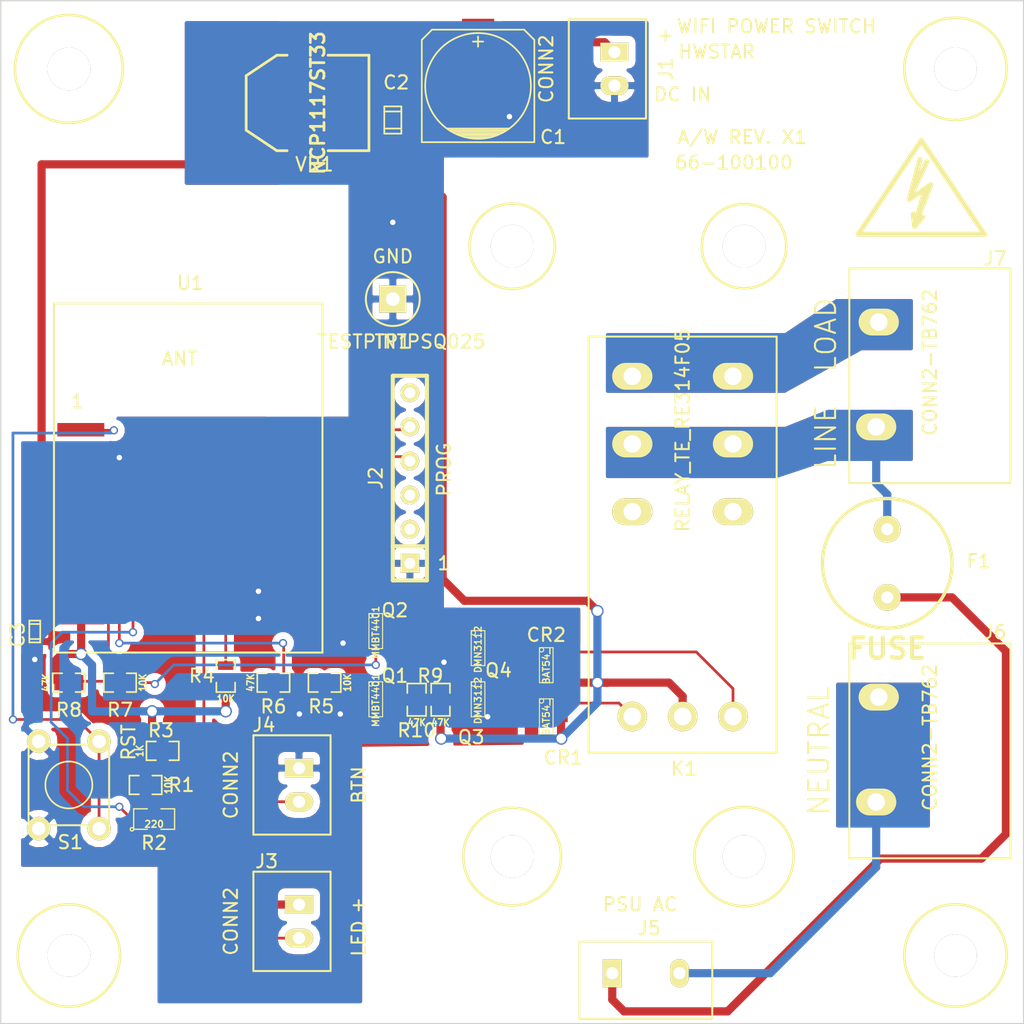
<source format=kicad_pcb>
(kicad_pcb (version 20171130) (host pcbnew "(5.1.12)-1")

  (general
    (thickness 1.6)
    (drawings 31)
    (tracks 208)
    (zones 0)
    (modules 41)
    (nets 31)
  )

  (page A3)
  (layers
    (0 F.Cu signal)
    (31 B.Cu signal)
    (32 B.Adhes user hide)
    (33 F.Adhes user hide)
    (34 B.Paste user hide)
    (35 F.Paste user hide)
    (36 B.SilkS user hide)
    (37 F.SilkS user hide)
    (38 B.Mask user hide)
    (39 F.Mask user hide)
    (40 Dwgs.User user hide)
    (41 Cmts.User user hide)
    (42 Eco1.User user hide)
    (43 Eco2.User user hide)
    (44 Edge.Cuts user)
  )

  (setup
    (last_trace_width 0.2032)
    (trace_clearance 0.2032)
    (zone_clearance 0.508)
    (zone_45_only no)
    (trace_min 0.2032)
    (via_size 0.6096)
    (via_drill 0.4064)
    (via_min_size 0.6096)
    (via_min_drill 0.4064)
    (uvia_size 0.6604)
    (uvia_drill 0.127)
    (uvias_allowed no)
    (uvia_min_size 0.508)
    (uvia_min_drill 0.127)
    (edge_width 0.1)
    (segment_width 0.2)
    (pcb_text_width 0.1524)
    (pcb_text_size 0.9906 0.9906)
    (mod_edge_width 0.15)
    (mod_text_size 1 1)
    (mod_text_width 0.1524)
    (pad_size 2 3)
    (pad_drill 1.3)
    (pad_to_mask_clearance 0)
    (aux_axis_origin 160.02 165.1)
    (visible_elements 7FFFFFFF)
    (pcbplotparams
      (layerselection 0x00030_80000001)
      (usegerberextensions true)
      (usegerberattributes true)
      (usegerberadvancedattributes true)
      (creategerberjobfile true)
      (excludeedgelayer true)
      (linewidth 0.152400)
      (plotframeref false)
      (viasonmask false)
      (mode 1)
      (useauxorigin false)
      (hpglpennumber 1)
      (hpglpenspeed 20)
      (hpglpendiameter 15.000000)
      (psnegative false)
      (psa4output false)
      (plotreference true)
      (plotvalue false)
      (plotinvisibletext false)
      (padsonsilk false)
      (subtractmaskfromsilk false)
      (outputformat 1)
      (mirror false)
      (drillshape 0)
      (scaleselection 1)
      (outputdirectory "/home/srodgers/projects/kicad/esp12-appliance-mod/66-100100-x1/"))
  )

  (net 0 "")
  (net 1 +3.3V)
  (net 2 +5V)
  (net 3 /CLEAR)
  (net 4 /RXD)
  (net 5 /SET)
  (net 6 /TXD)
  (net 7 /~RST)
  (net 8 GND)
  (net 9 "Net-(F1-Pad1)")
  (net 10 "Net-(F1-Pad2)")
  (net 11 "Net-(J2-Pad2)")
  (net 12 "Net-(J2-Pad3)")
  (net 13 "Net-(J2-Pad6)")
  (net 14 "Net-(J3-Pad2)")
  (net 15 "Net-(J4-Pad2)")
  (net 16 "Net-(J5-Pad2)")
  (net 17 "Net-(J7-Pad2)")
  (net 18 "Net-(K1-Pad12A)")
  (net 19 "Net-(K1-Pad12B)")
  (net 20 "Net-(Q1-Pad3)")
  (net 21 "Net-(Q1-Pad1)")
  (net 22 "Net-(Q2-Pad3)")
  (net 23 "Net-(Q2-Pad1)")
  (net 24 "Net-(R2-Pad1)")
  (net 25 "Net-(R4-Pad2)")
  (net 26 "Net-(R5-Pad2)")
  (net 27 "Net-(R7-Pad2)")
  (net 28 "Net-(U1-Pad4)")
  (net 29 "Net-(U1-Pad13)")
  (net 30 "Net-(U1-Pad14)")

  (net_class Default "This is the default net class."
    (clearance 0.2032)
    (trace_width 0.2032)
    (via_dia 0.6096)
    (via_drill 0.4064)
    (uvia_dia 0.6604)
    (uvia_drill 0.127)
    (add_net /CLEAR)
    (add_net /RXD)
    (add_net /SET)
    (add_net /TXD)
    (add_net /~RST)
    (add_net GND)
    (add_net "Net-(F1-Pad1)")
    (add_net "Net-(F1-Pad2)")
    (add_net "Net-(J2-Pad2)")
    (add_net "Net-(J2-Pad3)")
    (add_net "Net-(J2-Pad6)")
    (add_net "Net-(J3-Pad2)")
    (add_net "Net-(J4-Pad2)")
    (add_net "Net-(J5-Pad2)")
    (add_net "Net-(J7-Pad2)")
    (add_net "Net-(K1-Pad12A)")
    (add_net "Net-(K1-Pad12B)")
    (add_net "Net-(Q1-Pad1)")
    (add_net "Net-(Q1-Pad3)")
    (add_net "Net-(Q2-Pad1)")
    (add_net "Net-(Q2-Pad3)")
    (add_net "Net-(R2-Pad1)")
    (add_net "Net-(R4-Pad2)")
    (add_net "Net-(R5-Pad2)")
    (add_net "Net-(R7-Pad2)")
    (add_net "Net-(U1-Pad13)")
    (add_net "Net-(U1-Pad14)")
    (add_net "Net-(U1-Pad4)")
  )

  (net_class POWER ""
    (clearance 0.2032)
    (trace_width 0.6096)
    (via_dia 0.9144)
    (via_drill 0.7112)
    (uvia_dia 0.6604)
    (uvia_drill 0.127)
    (add_net +3.3V)
    (add_net +5V)
  )

  (module SW_TACT_6MM (layer F.Cu) (tedit 551A0C20) (tstamp 55184B26)
    (at 160.02 152.4 90)
    (path /54E8FF72)
    (fp_text reference S1 (at -4.2672 0.1016 180) (layer F.SilkS)
      (effects (font (size 0.9906 0.9906) (thickness 0.1524)))
    )
    (fp_text value SW_TACT (at 0 1.016 90) (layer F.SilkS) hide
      (effects (font (size 1.016 1.016) (thickness 0.2032)))
    )
    (fp_circle (center 0 0) (end 0 -1.75) (layer F.SilkS) (width 0.127))
    (fp_line (start -3 3) (end -3 -3) (layer F.SilkS) (width 0.15))
    (fp_line (start 3 3) (end -3 3) (layer F.SilkS) (width 0.15))
    (fp_line (start 3 -3) (end 3 3) (layer F.SilkS) (width 0.15))
    (fp_line (start -3 -3) (end 3 -3) (layer F.SilkS) (width 0.15))
    (pad 4 thru_hole circle (at 3.25 -2.25 90) (size 1.75 1.75) (drill 1) (layers *.Cu *.Mask F.SilkS)
      (net 8 GND))
    (pad 2 thru_hole circle (at 3.25 2.25 90) (size 1.75 1.75) (drill 1) (layers *.Cu *.Mask F.SilkS)
      (net 7 /~RST))
    (pad 3 thru_hole circle (at -3.25 -2.25 90) (size 1.75 1.75) (drill 1) (layers *.Cu *.Mask F.SilkS)
      (net 8 GND))
    (pad 1 thru_hole circle (at -3.25 2.25 90) (size 1.75 1.75) (drill 1) (layers *.Cu *.Mask F.SilkS)
      (net 7 /~RST))
  )

  (module SOT23 (layer F.Cu) (tedit 551A0B07) (tstamp 55184B32)
    (at 182.88 140.97 270)
    (tags SOT23)
    (path /54E92E4A)
    (fp_text reference Q2 (at -1.5748 -1.4224) (layer F.SilkS)
      (effects (font (size 0.9906 0.9906) (thickness 0.1524)))
    )
    (fp_text value MMBT4401 (at 0.0635 0 270) (layer F.SilkS)
      (effects (font (size 0.50038 0.50038) (thickness 0.09906)))
    )
    (fp_line (start -1.3335 -0.508) (end 1.27 -0.508) (layer F.SilkS) (width 0.07874))
    (fp_line (start 1.27 0.508) (end -1.3335 0.508) (layer F.SilkS) (width 0.07874))
    (fp_line (start -1.3335 -0.508) (end -1.3335 0.508) (layer F.SilkS) (width 0.07874))
    (fp_line (start 1.27 -0.508) (end 1.27 0.508) (layer F.SilkS) (width 0.07874))
    (fp_circle (center -1.17602 0.35052) (end -1.30048 0.44958) (layer F.SilkS) (width 0.07874))
    (pad 3 smd rect (at 0 -1.09982 270) (size 0.8001 1.00076) (layers F.Cu F.Paste F.Mask)
      (net 22 "Net-(Q2-Pad3)"))
    (pad 2 smd rect (at 0.9525 1.09982 270) (size 0.8001 1.00076) (layers F.Cu F.Paste F.Mask)
      (net 8 GND))
    (pad 1 smd rect (at -0.9525 1.09982 270) (size 0.8001 1.00076) (layers F.Cu F.Paste F.Mask)
      (net 23 "Net-(Q2-Pad1)"))
    (model smd\SOT23_3.wrl
      (at (xyz 0 0 0))
      (scale (xyz 0.4 0.4 0.4))
      (rotate (xyz 0 0 180))
    )
  )

  (module SOT23 (layer F.Cu) (tedit 551A0A66) (tstamp 55184B3E)
    (at 190.5 146.05 270)
    (tags SOT23)
    (path /55182C66)
    (fp_text reference Q3 (at 2.794 0.508) (layer F.SilkS)
      (effects (font (size 0.9906 0.9906) (thickness 0.1524)))
    )
    (fp_text value DMN3112 (at 0.0635 0 270) (layer F.SilkS)
      (effects (font (size 0.50038 0.50038) (thickness 0.09906)))
    )
    (fp_line (start -1.3335 -0.508) (end 1.27 -0.508) (layer F.SilkS) (width 0.07874))
    (fp_line (start 1.27 0.508) (end -1.3335 0.508) (layer F.SilkS) (width 0.07874))
    (fp_line (start -1.3335 -0.508) (end -1.3335 0.508) (layer F.SilkS) (width 0.07874))
    (fp_line (start 1.27 -0.508) (end 1.27 0.508) (layer F.SilkS) (width 0.07874))
    (fp_circle (center -1.17602 0.35052) (end -1.30048 0.44958) (layer F.SilkS) (width 0.07874))
    (pad 3 smd rect (at 0 -1.09982 270) (size 0.8001 1.00076) (layers F.Cu F.Paste F.Mask)
      (net 5 /SET))
    (pad 2 smd rect (at 0.9525 1.09982 270) (size 0.8001 1.00076) (layers F.Cu F.Paste F.Mask)
      (net 8 GND))
    (pad 1 smd rect (at -0.9525 1.09982 270) (size 0.8001 1.00076) (layers F.Cu F.Paste F.Mask)
      (net 20 "Net-(Q1-Pad3)"))
    (model smd\SOT23_3.wrl
      (at (xyz 0 0 0))
      (scale (xyz 0.4 0.4 0.4))
      (rotate (xyz 0 0 180))
    )
  )

  (module SOT23 (layer F.Cu) (tedit 551A0CB4) (tstamp 55184B4A)
    (at 195.58 147.32 270)
    (tags SOT23)
    (path /54E95453)
    (fp_text reference CR1 (at 3.048 -1.27) (layer F.SilkS)
      (effects (font (size 0.9906 0.9906) (thickness 0.1524)))
    )
    (fp_text value BAT54_ (at 0.0635 0 270) (layer F.SilkS)
      (effects (font (size 0.50038 0.50038) (thickness 0.09906)))
    )
    (fp_line (start -1.3335 -0.508) (end 1.27 -0.508) (layer F.SilkS) (width 0.07874))
    (fp_line (start 1.27 0.508) (end -1.3335 0.508) (layer F.SilkS) (width 0.07874))
    (fp_line (start -1.3335 -0.508) (end -1.3335 0.508) (layer F.SilkS) (width 0.07874))
    (fp_line (start 1.27 -0.508) (end 1.27 0.508) (layer F.SilkS) (width 0.07874))
    (fp_circle (center -1.17602 0.35052) (end -1.30048 0.44958) (layer F.SilkS) (width 0.07874))
    (pad 3 smd rect (at 0 -1.09982 270) (size 0.8001 1.00076) (layers F.Cu F.Paste F.Mask)
      (net 2 +5V))
    (pad 2 smd rect (at 0.9525 1.09982 270) (size 0.8001 1.00076) (layers F.Cu F.Paste F.Mask))
    (pad 1 smd rect (at -0.9525 1.09982 270) (size 0.8001 1.00076) (layers F.Cu F.Paste F.Mask)
      (net 5 /SET))
    (model smd\SOT23_3.wrl
      (at (xyz 0 0 0))
      (scale (xyz 0.4 0.4 0.4))
      (rotate (xyz 0 0 180))
    )
  )

  (module SOT23 (layer F.Cu) (tedit 551A0A47) (tstamp 55184B56)
    (at 195.58 143.51 270)
    (tags SOT23)
    (path /54E95446)
    (fp_text reference CR2 (at -2.286 0) (layer F.SilkS)
      (effects (font (size 0.9906 0.9906) (thickness 0.1524)))
    )
    (fp_text value BAT54_ (at 0.0635 0 270) (layer F.SilkS)
      (effects (font (size 0.50038 0.50038) (thickness 0.09906)))
    )
    (fp_line (start -1.3335 -0.508) (end 1.27 -0.508) (layer F.SilkS) (width 0.07874))
    (fp_line (start 1.27 0.508) (end -1.3335 0.508) (layer F.SilkS) (width 0.07874))
    (fp_line (start -1.3335 -0.508) (end -1.3335 0.508) (layer F.SilkS) (width 0.07874))
    (fp_line (start 1.27 -0.508) (end 1.27 0.508) (layer F.SilkS) (width 0.07874))
    (fp_circle (center -1.17602 0.35052) (end -1.30048 0.44958) (layer F.SilkS) (width 0.07874))
    (pad 3 smd rect (at 0 -1.09982 270) (size 0.8001 1.00076) (layers F.Cu F.Paste F.Mask)
      (net 2 +5V))
    (pad 2 smd rect (at 0.9525 1.09982 270) (size 0.8001 1.00076) (layers F.Cu F.Paste F.Mask))
    (pad 1 smd rect (at -0.9525 1.09982 270) (size 0.8001 1.00076) (layers F.Cu F.Paste F.Mask)
      (net 3 /CLEAR))
    (model smd\SOT23_3.wrl
      (at (xyz 0 0 0))
      (scale (xyz 0.4 0.4 0.4))
      (rotate (xyz 0 0 180))
    )
  )

  (module SOT23 (layer F.Cu) (tedit 551A0A54) (tstamp 55184B62)
    (at 190.5 142.24 270)
    (tags SOT23)
    (path /55182C75)
    (fp_text reference Q4 (at 1.6256 -1.524) (layer F.SilkS)
      (effects (font (size 0.9906 0.9906) (thickness 0.1524)))
    )
    (fp_text value DMN3112 (at 0.0635 0 270) (layer F.SilkS)
      (effects (font (size 0.50038 0.50038) (thickness 0.09906)))
    )
    (fp_line (start -1.3335 -0.508) (end 1.27 -0.508) (layer F.SilkS) (width 0.07874))
    (fp_line (start 1.27 0.508) (end -1.3335 0.508) (layer F.SilkS) (width 0.07874))
    (fp_line (start -1.3335 -0.508) (end -1.3335 0.508) (layer F.SilkS) (width 0.07874))
    (fp_line (start 1.27 -0.508) (end 1.27 0.508) (layer F.SilkS) (width 0.07874))
    (fp_circle (center -1.17602 0.35052) (end -1.30048 0.44958) (layer F.SilkS) (width 0.07874))
    (pad 3 smd rect (at 0 -1.09982 270) (size 0.8001 1.00076) (layers F.Cu F.Paste F.Mask)
      (net 3 /CLEAR))
    (pad 2 smd rect (at 0.9525 1.09982 270) (size 0.8001 1.00076) (layers F.Cu F.Paste F.Mask)
      (net 8 GND))
    (pad 1 smd rect (at -0.9525 1.09982 270) (size 0.8001 1.00076) (layers F.Cu F.Paste F.Mask)
      (net 22 "Net-(Q2-Pad3)"))
    (model smd\SOT23_3.wrl
      (at (xyz 0 0 0))
      (scale (xyz 0.4 0.4 0.4))
      (rotate (xyz 0 0 180))
    )
  )

  (module SOT23 (layer F.Cu) (tedit 551A0AFA) (tstamp 55184B6E)
    (at 182.88 146.05 270)
    (tags SOT23)
    (path /54E92E37)
    (fp_text reference Q1 (at -1.778 -1.4224) (layer F.SilkS)
      (effects (font (size 0.9906 0.9906) (thickness 0.1524)))
    )
    (fp_text value MMBT4401 (at 0.0635 0 270) (layer F.SilkS)
      (effects (font (size 0.50038 0.50038) (thickness 0.09906)))
    )
    (fp_line (start -1.3335 -0.508) (end 1.27 -0.508) (layer F.SilkS) (width 0.07874))
    (fp_line (start 1.27 0.508) (end -1.3335 0.508) (layer F.SilkS) (width 0.07874))
    (fp_line (start -1.3335 -0.508) (end -1.3335 0.508) (layer F.SilkS) (width 0.07874))
    (fp_line (start 1.27 -0.508) (end 1.27 0.508) (layer F.SilkS) (width 0.07874))
    (fp_circle (center -1.17602 0.35052) (end -1.30048 0.44958) (layer F.SilkS) (width 0.07874))
    (pad 3 smd rect (at 0 -1.09982 270) (size 0.8001 1.00076) (layers F.Cu F.Paste F.Mask)
      (net 20 "Net-(Q1-Pad3)"))
    (pad 2 smd rect (at 0.9525 1.09982 270) (size 0.8001 1.00076) (layers F.Cu F.Paste F.Mask)
      (net 8 GND))
    (pad 1 smd rect (at -0.9525 1.09982 270) (size 0.8001 1.00076) (layers F.Cu F.Paste F.Mask)
      (net 21 "Net-(Q1-Pad1)"))
    (model smd\SOT23_3.wrl
      (at (xyz 0 0 0))
      (scale (xyz 0.4 0.4 0.4))
      (rotate (xyz 0 0 180))
    )
  )

  (module SOT223 (layer F.Cu) (tedit 551A099C) (tstamp 55184B7E)
    (at 177.8 101.6 90)
    (descr "module CMS SOT223 4 pins")
    (tags "CMS SOT")
    (path /54E8F6C3)
    (attr smd)
    (fp_text reference VR1 (at -4.572 0.508 180) (layer F.SilkS)
      (effects (font (size 1.016 1.016) (thickness 0.1524)))
    )
    (fp_text value NCP1117ST33 (at 0 0.762 90) (layer F.SilkS)
      (effects (font (size 1.016 1.016) (thickness 0.2032)))
    )
    (fp_line (start 3.556 -2.286) (end 3.556 -1.524) (layer F.SilkS) (width 0.2032))
    (fp_line (start 2.032 -4.572) (end 3.556 -2.286) (layer F.SilkS) (width 0.2032))
    (fp_line (start -2.032 -4.572) (end 2.032 -4.572) (layer F.SilkS) (width 0.2032))
    (fp_line (start -3.556 -2.286) (end -2.032 -4.572) (layer F.SilkS) (width 0.2032))
    (fp_line (start -3.556 -1.524) (end -3.556 -2.286) (layer F.SilkS) (width 0.2032))
    (fp_line (start 3.556 4.572) (end 3.556 1.524) (layer F.SilkS) (width 0.2032))
    (fp_line (start -3.556 4.572) (end 3.556 4.572) (layer F.SilkS) (width 0.2032))
    (fp_line (start -3.556 1.524) (end -3.556 4.572) (layer F.SilkS) (width 0.2032))
    (pad 4 smd rect (at 0 -3.302 90) (size 3.6576 2.032) (layers F.Cu F.Paste F.Mask)
      (net 1 +3.3V))
    (pad 2 smd rect (at 0 3.302 90) (size 1.016 2.032) (layers F.Cu F.Paste F.Mask)
      (net 1 +3.3V))
    (pad 3 smd rect (at 2.286 3.302 90) (size 1.016 2.032) (layers F.Cu F.Paste F.Mask)
      (net 2 +5V))
    (pad 1 smd rect (at -2.286 3.302 90) (size 1.016 2.032) (layers F.Cu F.Paste F.Mask)
      (net 8 GND))
    (model smd/SOT223.wrl
      (at (xyz 0 0 0))
      (scale (xyz 0.4 0.4 0.4))
      (rotate (xyz 0 0 0))
    )
  )

  (module JST_B2B_XH_A (layer F.Cu) (tedit 551A09B0) (tstamp 55184B97)
    (at 200.66 99.06 270)
    (path /55183AF0)
    (fp_text reference J1 (at 0 -3.81 270) (layer F.SilkS)
      (effects (font (size 1 1) (thickness 0.1524)))
    )
    (fp_text value CONN2 (at 0 5.08 270) (layer F.SilkS)
      (effects (font (size 1 1) (thickness 0.15)))
    )
    (fp_line (start -3.7 3.4) (end -3.7 -2.35) (layer F.SilkS) (width 0.15))
    (fp_line (start 3.7 3.4) (end -3.7 3.4) (layer F.SilkS) (width 0.15))
    (fp_line (start 3.7 -2.35) (end 3.7 3.4) (layer F.SilkS) (width 0.15))
    (fp_line (start -3.7 -2.35) (end 3.7 -2.35) (layer F.SilkS) (width 0.15))
    (pad 1 thru_hole rect (at -1.25 0 270) (size 1.4 2.1) (drill 0.9) (layers *.Cu *.Mask F.SilkS)
      (net 2 +5V))
    (pad 2 thru_hole oval (at 1.25 0 270) (size 1.4 2.1) (drill 0.9) (layers *.Cu *.Mask F.SilkS)
      (net 8 GND))
  )

  (module JST_B2B_XH_A (layer F.Cu) (tedit 551A0B33) (tstamp 55184BA1)
    (at 177.165 162.56 270)
    (path /54ECF07C)
    (fp_text reference J3 (at -4.4704 2.413) (layer F.SilkS)
      (effects (font (size 0.9906 0.9906) (thickness 0.1524)))
    )
    (fp_text value CONN2 (at 0 5.08 270) (layer F.SilkS)
      (effects (font (size 1 1) (thickness 0.15)))
    )
    (fp_line (start -3.7 3.4) (end -3.7 -2.35) (layer F.SilkS) (width 0.15))
    (fp_line (start 3.7 3.4) (end -3.7 3.4) (layer F.SilkS) (width 0.15))
    (fp_line (start 3.7 -2.35) (end 3.7 3.4) (layer F.SilkS) (width 0.15))
    (fp_line (start -3.7 -2.35) (end 3.7 -2.35) (layer F.SilkS) (width 0.15))
    (pad 1 thru_hole rect (at -1.25 0 270) (size 1.4 2.1) (drill 0.9) (layers *.Cu *.Mask F.SilkS)
      (net 1 +3.3V))
    (pad 2 thru_hole oval (at 1.25 0 270) (size 1.4 2.1) (drill 0.9) (layers *.Cu *.Mask F.SilkS)
      (net 14 "Net-(J3-Pad2)"))
  )

  (module JST_B2B_XH_A (layer F.Cu) (tedit 551A0B23) (tstamp 55184BAB)
    (at 177.165 152.4 270)
    (path /54E902B6)
    (fp_text reference J4 (at -4.4704 2.6162) (layer F.SilkS)
      (effects (font (size 0.9906 0.9906) (thickness 0.1524)))
    )
    (fp_text value CONN2 (at 0 5.08 270) (layer F.SilkS)
      (effects (font (size 1 1) (thickness 0.15)))
    )
    (fp_line (start -3.7 3.4) (end -3.7 -2.35) (layer F.SilkS) (width 0.15))
    (fp_line (start 3.7 3.4) (end -3.7 3.4) (layer F.SilkS) (width 0.15))
    (fp_line (start 3.7 -2.35) (end 3.7 3.4) (layer F.SilkS) (width 0.15))
    (fp_line (start -3.7 -2.35) (end 3.7 -2.35) (layer F.SilkS) (width 0.15))
    (pad 1 thru_hole rect (at -1.25 0 270) (size 1.4 2.1) (drill 0.9) (layers *.Cu *.Mask F.SilkS)
      (net 8 GND))
    (pad 2 thru_hole oval (at 1.25 0 270) (size 1.4 2.1) (drill 0.9) (layers *.Cu *.Mask F.SilkS)
      (net 15 "Net-(J4-Pad2)"))
  )

  (module c_elec_8x10 (layer F.Cu) (tedit 551A0993) (tstamp 55184BC0)
    (at 190.5 100.33 90)
    (descr "SMT capacitor, aluminium electrolytic, 8x10")
    (path /55176475)
    (fp_text reference C1 (at -3.81 5.588 180) (layer F.SilkS)
      (effects (font (size 0.9906 0.9906) (thickness 0.1524)))
    )
    (fp_text value 470 (at 0 4.826 90) (layer F.SilkS) hide
      (effects (font (size 0.50038 0.50038) (thickness 0.11938)))
    )
    (fp_line (start 3.302 -0.381) (end 3.302 0.381) (layer F.SilkS) (width 0.127))
    (fp_line (start 3.683 0) (end 2.921 0) (layer F.SilkS) (width 0.127))
    (fp_line (start 3.429 -4.191) (end -4.191 -4.191) (layer F.SilkS) (width 0.127))
    (fp_line (start 4.191 -3.429) (end 3.429 -4.191) (layer F.SilkS) (width 0.127))
    (fp_line (start 4.191 3.429) (end 4.191 -3.429) (layer F.SilkS) (width 0.127))
    (fp_line (start 3.429 4.191) (end 4.191 3.429) (layer F.SilkS) (width 0.127))
    (fp_line (start -4.191 4.191) (end 3.429 4.191) (layer F.SilkS) (width 0.127))
    (fp_line (start -4.191 -4.191) (end -4.191 4.191) (layer F.SilkS) (width 0.127))
    (fp_circle (center 0 0) (end 3.937 0) (layer F.SilkS) (width 0.127))
    (fp_line (start -3.175 -2.286) (end -3.175 2.286) (layer F.SilkS) (width 0.127))
    (fp_line (start -3.302 2.032) (end -3.302 -2.032) (layer F.SilkS) (width 0.127))
    (fp_line (start -3.429 1.905) (end -3.429 -1.905) (layer F.SilkS) (width 0.127))
    (fp_line (start -3.556 -1.651) (end -3.556 1.651) (layer F.SilkS) (width 0.127))
    (fp_line (start -3.683 1.397) (end -3.683 -1.397) (layer F.SilkS) (width 0.127))
    (fp_line (start -3.81 -1.016) (end -3.81 1.016) (layer F.SilkS) (width 0.127))
    (pad 1 smd rect (at 3.2512 0 90) (size 3.50012 2.4003) (layers F.Cu F.Paste F.Mask)
      (net 2 +5V))
    (pad 2 smd rect (at -3.2512 0 90) (size 3.50012 2.4003) (layers F.Cu F.Paste F.Mask)
      (net 8 GND))
    (model smd/capacitors/c_elec_8x10.wrl
      (at (xyz 0 0 0))
      (scale (xyz 1 1 1))
      (rotate (xyz 0 0 0))
    )
  )

  (module c_0603 (layer F.Cu) (tedit 551A0C08) (tstamp 55184BCC)
    (at 157.48 140.97 90)
    (descr "SMT capacitor, 0603")
    (path /5516DDB6)
    (fp_text reference C3 (at -0.254 -1.27 90) (layer F.SilkS)
      (effects (font (size 0.9906 0.9906) (thickness 0.1524)))
    )
    (fp_text value 0.1U (at 0 0.635 90) (layer F.SilkS) hide
      (effects (font (size 0.20066 0.20066) (thickness 0.04064)))
    )
    (fp_line (start -0.8128 0.4064) (end -0.8128 -0.4064) (layer F.SilkS) (width 0.127))
    (fp_line (start 0.8128 0.4064) (end -0.8128 0.4064) (layer F.SilkS) (width 0.127))
    (fp_line (start 0.8128 -0.4064) (end 0.8128 0.4064) (layer F.SilkS) (width 0.127))
    (fp_line (start -0.8128 -0.4064) (end 0.8128 -0.4064) (layer F.SilkS) (width 0.127))
    (fp_line (start -0.5588 -0.381) (end -0.5588 0.4064) (layer F.SilkS) (width 0.127))
    (fp_line (start 0.5588 0.4064) (end 0.5588 -0.4064) (layer F.SilkS) (width 0.127))
    (pad 1 smd rect (at 0.75184 0 90) (size 0.89916 1.00076) (layers F.Cu F.Paste F.Mask)
      (net 1 +3.3V))
    (pad 2 smd rect (at -0.75184 0 90) (size 0.89916 1.00076) (layers F.Cu F.Paste F.Mask)
      (net 8 GND))
    (model smd/capacitors/c_0603.wrl
      (at (xyz 0 0 0))
      (scale (xyz 1 1 1))
      (rotate (xyz 0 0 0))
    )
  )

  (module BELFUSE_MRT (layer F.Cu) (tedit 551A0A15) (tstamp 55184BE0)
    (at 220.98 135.89)
    (descr "Capacitor, pol, cyl 8x13mm")
    (path /54E9505A)
    (fp_text reference F1 (at 6.8072 -0.1524) (layer F.SilkS)
      (effects (font (size 0.9906 0.9906) (thickness 0.1524)))
    )
    (fp_text value FUSE (at 0 6.35) (layer F.SilkS)
      (effects (font (size 1.524 1.524) (thickness 0.3048)))
    )
    (fp_circle (center 0 0) (end -4.826 0) (layer F.SilkS) (width 0.254))
    (pad 1 thru_hole circle (at 0 2.54) (size 1.99898 1.99898) (drill 0.889) (layers *.Cu *.Mask F.SilkS)
      (net 9 "Net-(F1-Pad1)"))
    (pad 2 thru_hole circle (at 0 -2.54) (size 1.99898 1.99898) (drill 0.889) (layers *.Cu *.Mask F.SilkS)
      (net 10 "Net-(F1-Pad2)"))
    (model discret/capacitor/cp_8x13mm.wrl
      (at (xyz 0 0 0))
      (scale (xyz 1 1 1))
      (rotate (xyz 0 0 0))
    )
  )

  (module RELAY_TE_RE314F (layer F.Cu) (tedit 551A09EC) (tstamp 55187F58)
    (at 205.74 127 90)
    (path /54E94D3C)
    (fp_text reference K1 (at -24.1808 0.1016 180) (layer F.SilkS)
      (effects (font (size 1 1) (thickness 0.1524)))
    )
    (fp_text value RELAY_TE_RE314F05 (at 1 0 90) (layer F.SilkS)
      (effects (font (size 1 1) (thickness 0.15)))
    )
    (fp_line (start -23 7) (end -23 -7) (layer F.SilkS) (width 0.15))
    (fp_line (start 8 7) (end -23 7) (layer F.SilkS) (width 0.15))
    (fp_line (start 8 -7) (end 8 7) (layer F.SilkS) (width 0.15))
    (fp_line (start -23 -7) (end 8 -7) (layer F.SilkS) (width 0.15))
    (pad A3 thru_hole oval (at -20.3 0 90) (size 2.2 2.2) (drill 1.3) (layers *.Cu *.Mask F.SilkS)
      (net 2 +5V))
    (pad A1 thru_hole oval (at -20.3 3.75 90) (size 2.2 2.2) (drill 1.3) (layers *.Cu *.Mask F.SilkS)
      (net 3 /CLEAR))
    (pad A2 thru_hole oval (at -20.3 -3.75 90) (size 2.2 2.2) (drill 1.3) (layers *.Cu *.Mask F.SilkS)
      (net 5 /SET))
    (pad 11A thru_hole oval (at 0 3.75 90) (size 2 3) (drill 1.3) (layers *.Cu *.Mask F.SilkS)
      (net 10 "Net-(F1-Pad2)"))
    (pad 11B thru_hole oval (at 0 -3.75 90) (size 2 3) (drill 1.3) (layers *.Cu *.Mask F.SilkS)
      (net 10 "Net-(F1-Pad2)"))
    (pad 12A thru_hole oval (at -5.04 3.75 90) (size 2 3) (drill 1.3) (layers *.Cu *.Mask F.SilkS)
      (net 18 "Net-(K1-Pad12A)"))
    (pad 12B thru_hole oval (at -5.04 -3.75 90) (size 2 3) (drill 1.3) (layers *.Cu *.Mask F.SilkS)
      (net 19 "Net-(K1-Pad12B)"))
    (pad 14A thru_hole oval (at 5.04 3.75 90) (size 2 3) (drill 1.3) (layers *.Cu *.Mask F.SilkS)
      (net 17 "Net-(J7-Pad2)"))
    (pad 14B thru_hole oval (at 5.04 -3.75 90) (size 2 3) (drill 1.3) (layers *.Cu *.Mask F.SilkS)
      (net 17 "Net-(J7-Pad2)"))
  )

  (module ESP8266-ESP12 (layer F.Cu) (tedit 551A09A7) (tstamp 55187F70)
    (at 168.91 129.54 270)
    (path /55175BC0)
    (fp_text reference U1 (at -14.5288 -0.1524) (layer F.SilkS)
      (effects (font (size 1 1) (thickness 0.1524)))
    )
    (fp_text value ESP8266-ESP-12 (at 1 0 270) (layer F.SilkS) hide
      (effects (font (size 1 1) (thickness 0.15)))
    )
    (fp_line (start -13 10) (end -13 -10) (layer F.SilkS) (width 0.15))
    (fp_line (start 13 10) (end -13 10) (layer F.SilkS) (width 0.15))
    (fp_line (start 13 -10) (end 13 10) (layer F.SilkS) (width 0.15))
    (fp_line (start -13 -10) (end 13 -10) (layer F.SilkS) (width 0.15))
    (pad 1 smd rect (at -3.6 8 270) (size 1 3.5) (layers F.Cu F.Paste F.Mask)
      (net 7 /~RST))
    (pad 2 smd rect (at -1.6 8 270) (size 1 3.5) (layers F.Cu F.Paste F.Mask)
      (net 8 GND))
    (pad 3 smd rect (at 0.4 8 270) (size 1 3.5) (layers F.Cu F.Paste F.Mask)
      (net 1 +3.3V))
    (pad 4 smd rect (at 2.4 8 270) (size 1 3.5) (layers F.Cu F.Paste F.Mask)
      (net 28 "Net-(U1-Pad4)"))
    (pad 5 smd rect (at 4.4 8 270) (size 1 3.5) (layers F.Cu F.Paste F.Mask)
      (net 24 "Net-(R2-Pad1)"))
    (pad 6 smd rect (at 6.4 8 270) (size 1 3.5) (layers F.Cu F.Paste F.Mask)
      (net 26 "Net-(R5-Pad2)"))
    (pad 7 smd rect (at 8.4 8 270) (size 1 3.5) (layers F.Cu F.Paste F.Mask)
      (net 27 "Net-(R7-Pad2)"))
    (pad 8 smd rect (at 10.4 8 270) (size 1 3.5) (layers F.Cu F.Paste F.Mask)
      (net 1 +3.3V))
    (pad 9 smd rect (at 10.4 -8 270) (size 1 3.5) (layers F.Cu F.Paste F.Mask)
      (net 8 GND))
    (pad 10 smd rect (at 8.4 -8 270) (size 1 3.5) (layers F.Cu F.Paste F.Mask)
      (net 8 GND))
    (pad 11 smd rect (at 6.4 -8 270) (size 1 3.5) (layers F.Cu F.Paste F.Mask)
      (net 25 "Net-(R4-Pad2)"))
    (pad 12 smd rect (at 4.4 -8 270) (size 1 3.5) (layers F.Cu F.Paste F.Mask)
      (net 15 "Net-(J4-Pad2)"))
    (pad 13 smd rect (at 2.4 -8 270) (size 1 3.5) (layers F.Cu F.Paste F.Mask)
      (net 29 "Net-(U1-Pad13)"))
    (pad 14 smd rect (at 0.4 -8 270) (size 1 3.5) (layers F.Cu F.Paste F.Mask)
      (net 30 "Net-(U1-Pad14)"))
    (pad 15 smd rect (at -1.6 -8 270) (size 1 3.5) (layers F.Cu F.Paste F.Mask)
      (net 4 /RXD))
    (pad 16 smd rect (at -3.6 -8 270) (size 1 3.5) (layers F.Cu F.Paste F.Mask)
      (net 6 /TXD))
  )

  (module SIL-6 (layer F.Cu) (tedit 551A078F) (tstamp 55184B8D)
    (at 185.42 129.54 90)
    (descr "Connecteur 6 pins")
    (tags "CONN DEV")
    (path /54E8FB74)
    (fp_text reference J2 (at 0 -2.54 90) (layer F.SilkS)
      (effects (font (size 0.9906 0.9906) (thickness 0.14986)))
    )
    (fp_text value CONN6 (at 0 -2.54 90) (layer F.SilkS) hide
      (effects (font (size 1.524 1.016) (thickness 0.3048)))
    )
    (fp_line (start -5.08 1.27) (end -5.08 -1.27) (layer F.SilkS) (width 0.3048))
    (fp_line (start 7.62 1.27) (end -7.62 1.27) (layer F.SilkS) (width 0.3048))
    (fp_line (start 7.62 -1.27) (end 7.62 1.27) (layer F.SilkS) (width 0.3048))
    (fp_line (start -7.62 -1.27) (end 7.62 -1.27) (layer F.SilkS) (width 0.3048))
    (fp_line (start -7.62 1.27) (end -7.62 -1.27) (layer F.SilkS) (width 0.3048))
    (pad 1 thru_hole rect (at -6.35 0 90) (size 1.397 1.397) (drill 0.8128) (layers *.Cu *.Mask F.SilkS)
      (net 8 GND))
    (pad 2 thru_hole circle (at -3.81 0 90) (size 1.397 1.397) (drill 0.8128) (layers *.Cu *.Mask F.SilkS)
      (net 11 "Net-(J2-Pad2)"))
    (pad 3 thru_hole circle (at -1.27 0 90) (size 1.397 1.397) (drill 0.8128) (layers *.Cu *.Mask F.SilkS)
      (net 12 "Net-(J2-Pad3)"))
    (pad 4 thru_hole circle (at 1.27 0 90) (size 1.397 1.397) (drill 0.8128) (layers *.Cu *.Mask F.SilkS)
      (net 4 /RXD))
    (pad 5 thru_hole circle (at 3.81 0 90) (size 1.397 1.397) (drill 0.8128) (layers *.Cu *.Mask F.SilkS)
      (net 6 /TXD))
    (pad 6 thru_hole circle (at 6.35 0 90) (size 1.397 1.397) (drill 0.8128) (layers *.Cu *.Mask F.SilkS)
      (net 13 "Net-(J2-Pad6)"))
  )

  (module c_0805 (layer F.Cu) (tedit 551A098B) (tstamp 551A0968)
    (at 184.15 102.87 90)
    (descr "SMT capacitor, 0805")
    (path /54E8F820)
    (fp_text reference C2 (at 2.794 0.254 180) (layer F.SilkS)
      (effects (font (size 0.9906 0.9906) (thickness 0.1524)))
    )
    (fp_text value 10U (at 0 0.9906 90) (layer F.SilkS) hide
      (effects (font (size 0.29972 0.29972) (thickness 0.06096)))
    )
    (fp_line (start -1.016 0.635) (end -1.016 -0.635) (layer F.SilkS) (width 0.127))
    (fp_line (start 1.016 0.635) (end -1.016 0.635) (layer F.SilkS) (width 0.127))
    (fp_line (start 1.016 -0.635) (end 1.016 0.635) (layer F.SilkS) (width 0.127))
    (fp_line (start -1.016 -0.635) (end 1.016 -0.635) (layer F.SilkS) (width 0.127))
    (fp_line (start -0.635 -0.635) (end -0.635 0.6096) (layer F.SilkS) (width 0.127))
    (fp_line (start 0.635 -0.635) (end 0.635 0.635) (layer F.SilkS) (width 0.127))
    (pad 1 smd rect (at 0.9525 0 90) (size 1.30048 1.4986) (layers F.Cu F.Paste F.Mask)
      (net 1 +3.3V))
    (pad 2 smd rect (at -0.9525 0 90) (size 1.30048 1.4986) (layers F.Cu F.Paste F.Mask)
      (net 8 GND))
    (model smd/capacitors/c_0805.wrl
      (at (xyz 0 0 0))
      (scale (xyz 1 1 1))
      (rotate (xyz 0 0 0))
    )
  )

  (module 7R62vertscrewterm2pos (layer F.Cu) (tedit 551A0A20) (tstamp 551885D6)
    (at 224.155 121.92 90)
    (path /55185739)
    (fp_text reference J7 (at 8.7376 4.8514 180) (layer F.SilkS)
      (effects (font (size 1 1) (thickness 0.1524)))
    )
    (fp_text value CONN2-TB762 (at 1 0 90) (layer F.SilkS)
      (effects (font (size 1 1) (thickness 0.15)))
    )
    (fp_line (start 8 -6) (end -8 -6) (layer F.SilkS) (width 0.15))
    (fp_line (start 8 6) (end 8 -6) (layer F.SilkS) (width 0.15))
    (fp_line (start -8 6) (end 8 6) (layer F.SilkS) (width 0.15))
    (fp_line (start -8 -6) (end -8 6) (layer F.SilkS) (width 0.15))
    (pad 1 thru_hole oval (at -3.81 -4 90) (size 2 3) (drill 1.3) (layers *.Cu *.Mask F.SilkS)
      (net 10 "Net-(F1-Pad2)"))
    (pad 2 thru_hole oval (at 4 -3.81 90) (size 2 3) (drill 1.3) (layers *.Cu *.Mask F.SilkS)
      (net 17 "Net-(J7-Pad2)"))
  )

  (module 7R62vertscrewterm2pos (layer F.Cu) (tedit 551A0A1B) (tstamp 551885F7)
    (at 224.155 149.86 90)
    (path /55185733)
    (fp_text reference J6 (at 8.8392 4.8514 180) (layer F.SilkS)
      (effects (font (size 1 1) (thickness 0.1524)))
    )
    (fp_text value CONN2-TB762 (at 1 0 90) (layer F.SilkS)
      (effects (font (size 1 1) (thickness 0.15)))
    )
    (fp_line (start 8 -6) (end -8 -6) (layer F.SilkS) (width 0.15))
    (fp_line (start 8 6) (end 8 -6) (layer F.SilkS) (width 0.15))
    (fp_line (start -8 6) (end 8 6) (layer F.SilkS) (width 0.15))
    (fp_line (start -8 -6) (end -8 6) (layer F.SilkS) (width 0.15))
    (pad 1 thru_hole oval (at -3.81 -4 90) (size 2 3) (drill 1.3) (layers *.Cu *.Mask F.SilkS)
      (net 16 "Net-(J5-Pad2)"))
    (pad 2 thru_hole oval (at 4 -3.81 90) (size 2 3) (drill 1.3) (layers *.Cu *.Mask F.SilkS)
      (net 16 "Net-(J5-Pad2)"))
  )

  (module SM0805 (layer F.Cu) (tedit 551A0C65) (tstamp 551888B8)
    (at 166.37 154.94)
    (path /54E934ED)
    (attr smd)
    (fp_text reference R2 (at 0 1.778) (layer F.SilkS)
      (effects (font (size 0.9906 0.9906) (thickness 0.1524)))
    )
    (fp_text value 220 (at 0 0.381) (layer F.SilkS)
      (effects (font (size 0.50038 0.50038) (thickness 0.10922)))
    )
    (fp_line (start 1.524 0.762) (end 0.508 0.762) (layer F.SilkS) (width 0.09906))
    (fp_line (start 1.524 -0.762) (end 1.524 0.762) (layer F.SilkS) (width 0.09906))
    (fp_line (start 0.508 -0.762) (end 1.524 -0.762) (layer F.SilkS) (width 0.09906))
    (fp_line (start -1.524 -0.762) (end -0.508 -0.762) (layer F.SilkS) (width 0.09906))
    (fp_line (start -1.524 0.762) (end -1.524 -0.762) (layer F.SilkS) (width 0.09906))
    (fp_line (start -0.508 0.762) (end -1.524 0.762) (layer F.SilkS) (width 0.09906))
    (fp_circle (center -1.651 0.762) (end -1.651 0.635) (layer F.SilkS) (width 0.09906))
    (pad 1 smd rect (at -0.9525 0) (size 0.889 1.397) (layers F.Cu F.Paste F.Mask)
      (net 24 "Net-(R2-Pad1)"))
    (pad 2 smd rect (at 0.9525 0) (size 0.889 1.397) (layers F.Cu F.Paste F.Mask)
      (net 14 "Net-(J3-Pad2)"))
    (model smd/chip_cms.wrl
      (at (xyz 0 0 0))
      (scale (xyz 0.1 0.1 0.1))
      (rotate (xyz 0 0 0))
    )
  )

  (module SM0603_Resistor (layer F.Cu) (tedit 551A0C53) (tstamp 551888C4)
    (at 165.735 152.4 180)
    (path /54E8FEA6)
    (attr smd)
    (fp_text reference R1 (at -2.667 0 180) (layer F.SilkS)
      (effects (font (size 0.9906 0.9906) (thickness 0.1524)))
    )
    (fp_text value 10K (at -1.69926 0 270) (layer F.SilkS)
      (effects (font (size 0.508 0.4572) (thickness 0.1143)))
    )
    (fp_line (start 1.2065 0.6985) (end 0.50038 0.6985) (layer F.SilkS) (width 0.127))
    (fp_line (start 1.2065 -0.6985) (end 1.2065 0.6985) (layer F.SilkS) (width 0.127))
    (fp_line (start 1.2065 -0.6985) (end 0.50038 -0.6985) (layer F.SilkS) (width 0.127))
    (fp_line (start -1.2065 0.6985) (end -0.50038 0.6985) (layer F.SilkS) (width 0.127))
    (fp_line (start -1.2065 -0.6985) (end -1.2065 0.6985) (layer F.SilkS) (width 0.127))
    (fp_line (start -0.50038 -0.6985) (end -1.2065 -0.6985) (layer F.SilkS) (width 0.127))
    (pad 1 smd rect (at -0.762 0 180) (size 0.635 1.143) (layers F.Cu F.Paste F.Mask)
      (net 1 +3.3V))
    (pad 2 smd rect (at 0.762 0 180) (size 0.635 1.143) (layers F.Cu F.Paste F.Mask)
      (net 7 /~RST))
    (model smd\resistors\R0603.wrl
      (offset (xyz 0 0 0.02539999961853028))
      (scale (xyz 0.5 0.5 0.5))
      (rotate (xyz 0 0 0))
    )
  )

  (module SM0603_Resistor (layer F.Cu) (tedit 551A0C36) (tstamp 551888D0)
    (at 167.005 149.86)
    (path /54E9007F)
    (attr smd)
    (fp_text reference R3 (at -0.127 -1.524) (layer F.SilkS)
      (effects (font (size 0.9906 0.9906) (thickness 0.1524)))
    )
    (fp_text value 1K (at -1.69926 0 90) (layer F.SilkS)
      (effects (font (size 0.508 0.4572) (thickness 0.1143)))
    )
    (fp_line (start 1.2065 0.6985) (end 0.50038 0.6985) (layer F.SilkS) (width 0.127))
    (fp_line (start 1.2065 -0.6985) (end 1.2065 0.6985) (layer F.SilkS) (width 0.127))
    (fp_line (start 1.2065 -0.6985) (end 0.50038 -0.6985) (layer F.SilkS) (width 0.127))
    (fp_line (start -1.2065 0.6985) (end -0.50038 0.6985) (layer F.SilkS) (width 0.127))
    (fp_line (start -1.2065 -0.6985) (end -1.2065 0.6985) (layer F.SilkS) (width 0.127))
    (fp_line (start -0.50038 -0.6985) (end -1.2065 -0.6985) (layer F.SilkS) (width 0.127))
    (pad 1 smd rect (at -0.762 0) (size 0.635 1.143) (layers F.Cu F.Paste F.Mask)
      (net 1 +3.3V))
    (pad 2 smd rect (at 0.762 0) (size 0.635 1.143) (layers F.Cu F.Paste F.Mask)
      (net 15 "Net-(J4-Pad2)"))
    (model smd\resistors\R0603.wrl
      (offset (xyz 0 0 0.02539999961853028))
      (scale (xyz 0.5 0.5 0.5))
      (rotate (xyz 0 0 0))
    )
  )

  (module SM0603_Resistor (layer F.Cu) (tedit 551A0C90) (tstamp 551888DC)
    (at 171.704 144.272 90)
    (path /54E90085)
    (attr smd)
    (fp_text reference R4 (at 0 -1.778 180) (layer F.SilkS)
      (effects (font (size 0.9906 0.9906) (thickness 0.1524)))
    )
    (fp_text value 10K (at -1.69926 0 180) (layer F.SilkS)
      (effects (font (size 0.508 0.4572) (thickness 0.1143)))
    )
    (fp_line (start 1.2065 0.6985) (end 0.50038 0.6985) (layer F.SilkS) (width 0.127))
    (fp_line (start 1.2065 -0.6985) (end 1.2065 0.6985) (layer F.SilkS) (width 0.127))
    (fp_line (start 1.2065 -0.6985) (end 0.50038 -0.6985) (layer F.SilkS) (width 0.127))
    (fp_line (start -1.2065 0.6985) (end -0.50038 0.6985) (layer F.SilkS) (width 0.127))
    (fp_line (start -1.2065 -0.6985) (end -1.2065 0.6985) (layer F.SilkS) (width 0.127))
    (fp_line (start -0.50038 -0.6985) (end -1.2065 -0.6985) (layer F.SilkS) (width 0.127))
    (pad 1 smd rect (at -0.762 0 90) (size 0.635 1.143) (layers F.Cu F.Paste F.Mask)
      (net 1 +3.3V))
    (pad 2 smd rect (at 0.762 0 90) (size 0.635 1.143) (layers F.Cu F.Paste F.Mask)
      (net 25 "Net-(R4-Pad2)"))
    (model smd\resistors\R0603.wrl
      (offset (xyz 0 0 0.02539999961853028))
      (scale (xyz 0.5 0.5 0.5))
      (rotate (xyz 0 0 0))
    )
  )

  (module SM0603_Resistor (layer F.Cu) (tedit 551A0AE9) (tstamp 551888E8)
    (at 187.706 146.05 90)
    (path /54E92E6A)
    (attr smd)
    (fp_text reference R9 (at 1.778 -0.762 180) (layer F.SilkS)
      (effects (font (size 0.9906 0.9906) (thickness 0.1524)))
    )
    (fp_text value 47K (at -1.69926 0 180) (layer F.SilkS)
      (effects (font (size 0.508 0.4572) (thickness 0.1143)))
    )
    (fp_line (start 1.2065 0.6985) (end 0.50038 0.6985) (layer F.SilkS) (width 0.127))
    (fp_line (start 1.2065 -0.6985) (end 1.2065 0.6985) (layer F.SilkS) (width 0.127))
    (fp_line (start 1.2065 -0.6985) (end 0.50038 -0.6985) (layer F.SilkS) (width 0.127))
    (fp_line (start -1.2065 0.6985) (end -0.50038 0.6985) (layer F.SilkS) (width 0.127))
    (fp_line (start -1.2065 -0.6985) (end -1.2065 0.6985) (layer F.SilkS) (width 0.127))
    (fp_line (start -0.50038 -0.6985) (end -1.2065 -0.6985) (layer F.SilkS) (width 0.127))
    (pad 1 smd rect (at -0.762 0 90) (size 0.635 1.143) (layers F.Cu F.Paste F.Mask)
      (net 2 +5V))
    (pad 2 smd rect (at 0.762 0 90) (size 0.635 1.143) (layers F.Cu F.Paste F.Mask)
      (net 20 "Net-(Q1-Pad3)"))
    (model smd\resistors\R0603.wrl
      (offset (xyz 0 0 0.02539999961853028))
      (scale (xyz 0.5 0.5 0.5))
      (rotate (xyz 0 0 0))
    )
  )

  (module SM0603_Resistor (layer F.Cu) (tedit 551A0AD0) (tstamp 551888F4)
    (at 185.928 146.05 90)
    (path /54E92E70)
    (attr smd)
    (fp_text reference R10 (at -2.286 0 180) (layer F.SilkS)
      (effects (font (size 0.9906 0.9906) (thickness 0.1524)))
    )
    (fp_text value 47K (at -1.69926 0 180) (layer F.SilkS)
      (effects (font (size 0.508 0.4572) (thickness 0.1143)))
    )
    (fp_line (start 1.2065 0.6985) (end 0.50038 0.6985) (layer F.SilkS) (width 0.127))
    (fp_line (start 1.2065 -0.6985) (end 1.2065 0.6985) (layer F.SilkS) (width 0.127))
    (fp_line (start 1.2065 -0.6985) (end 0.50038 -0.6985) (layer F.SilkS) (width 0.127))
    (fp_line (start -1.2065 0.6985) (end -0.50038 0.6985) (layer F.SilkS) (width 0.127))
    (fp_line (start -1.2065 -0.6985) (end -1.2065 0.6985) (layer F.SilkS) (width 0.127))
    (fp_line (start -0.50038 -0.6985) (end -1.2065 -0.6985) (layer F.SilkS) (width 0.127))
    (pad 1 smd rect (at -0.762 0 90) (size 0.635 1.143) (layers F.Cu F.Paste F.Mask)
      (net 2 +5V))
    (pad 2 smd rect (at 0.762 0 90) (size 0.635 1.143) (layers F.Cu F.Paste F.Mask)
      (net 22 "Net-(Q2-Pad3)"))
    (model smd\resistors\R0603.wrl
      (offset (xyz 0 0 0.02539999961853028))
      (scale (xyz 0.5 0.5 0.5))
      (rotate (xyz 0 0 0))
    )
  )

  (module SM0603_Resistor (layer F.Cu) (tedit 551A0BA5) (tstamp 55188900)
    (at 179.07 144.78 180)
    (path /54E931F5)
    (attr smd)
    (fp_text reference R5 (at 0.254 -1.778 180) (layer F.SilkS)
      (effects (font (size 0.9906 0.9906) (thickness 0.1524)))
    )
    (fp_text value 10K (at -1.69926 0 270) (layer F.SilkS)
      (effects (font (size 0.508 0.4572) (thickness 0.1143)))
    )
    (fp_line (start 1.2065 0.6985) (end 0.50038 0.6985) (layer F.SilkS) (width 0.127))
    (fp_line (start 1.2065 -0.6985) (end 1.2065 0.6985) (layer F.SilkS) (width 0.127))
    (fp_line (start 1.2065 -0.6985) (end 0.50038 -0.6985) (layer F.SilkS) (width 0.127))
    (fp_line (start -1.2065 0.6985) (end -0.50038 0.6985) (layer F.SilkS) (width 0.127))
    (fp_line (start -1.2065 -0.6985) (end -1.2065 0.6985) (layer F.SilkS) (width 0.127))
    (fp_line (start -0.50038 -0.6985) (end -1.2065 -0.6985) (layer F.SilkS) (width 0.127))
    (pad 1 smd rect (at -0.762 0 180) (size 0.635 1.143) (layers F.Cu F.Paste F.Mask)
      (net 21 "Net-(Q1-Pad1)"))
    (pad 2 smd rect (at 0.762 0 180) (size 0.635 1.143) (layers F.Cu F.Paste F.Mask)
      (net 26 "Net-(R5-Pad2)"))
    (model smd\resistors\R0603.wrl
      (offset (xyz 0 0 0.02539999961853028))
      (scale (xyz 0.5 0.5 0.5))
      (rotate (xyz 0 0 0))
    )
  )

  (module SM0603_Resistor (layer F.Cu) (tedit 551A0BE4) (tstamp 5518890C)
    (at 163.83 144.78 180)
    (path /54E931FB)
    (attr smd)
    (fp_text reference R7 (at 0 -2.032 180) (layer F.SilkS)
      (effects (font (size 0.9906 0.9906) (thickness 0.1524)))
    )
    (fp_text value 10K (at -1.69926 0 270) (layer F.SilkS)
      (effects (font (size 0.508 0.4572) (thickness 0.1143)))
    )
    (fp_line (start 1.2065 0.6985) (end 0.50038 0.6985) (layer F.SilkS) (width 0.127))
    (fp_line (start 1.2065 -0.6985) (end 1.2065 0.6985) (layer F.SilkS) (width 0.127))
    (fp_line (start 1.2065 -0.6985) (end 0.50038 -0.6985) (layer F.SilkS) (width 0.127))
    (fp_line (start -1.2065 0.6985) (end -0.50038 0.6985) (layer F.SilkS) (width 0.127))
    (fp_line (start -1.2065 -0.6985) (end -1.2065 0.6985) (layer F.SilkS) (width 0.127))
    (fp_line (start -0.50038 -0.6985) (end -1.2065 -0.6985) (layer F.SilkS) (width 0.127))
    (pad 1 smd rect (at -0.762 0 180) (size 0.635 1.143) (layers F.Cu F.Paste F.Mask)
      (net 23 "Net-(Q2-Pad1)"))
    (pad 2 smd rect (at 0.762 0 180) (size 0.635 1.143) (layers F.Cu F.Paste F.Mask)
      (net 27 "Net-(R7-Pad2)"))
    (model smd\resistors\R0603.wrl
      (offset (xyz 0 0 0.02539999961853028))
      (scale (xyz 0.5 0.5 0.5))
      (rotate (xyz 0 0 0))
    )
  )

  (module SM0603_Resistor (layer F.Cu) (tedit 551A0B9E) (tstamp 55188918)
    (at 175.26 144.78)
    (path /5518303B)
    (attr smd)
    (fp_text reference R6 (at 0 1.778) (layer F.SilkS)
      (effects (font (size 0.9906 0.9906) (thickness 0.1524)))
    )
    (fp_text value 47K (at -1.69926 0 90) (layer F.SilkS)
      (effects (font (size 0.508 0.4572) (thickness 0.1143)))
    )
    (fp_line (start 1.2065 0.6985) (end 0.50038 0.6985) (layer F.SilkS) (width 0.127))
    (fp_line (start 1.2065 -0.6985) (end 1.2065 0.6985) (layer F.SilkS) (width 0.127))
    (fp_line (start 1.2065 -0.6985) (end 0.50038 -0.6985) (layer F.SilkS) (width 0.127))
    (fp_line (start -1.2065 0.6985) (end -0.50038 0.6985) (layer F.SilkS) (width 0.127))
    (fp_line (start -1.2065 -0.6985) (end -1.2065 0.6985) (layer F.SilkS) (width 0.127))
    (fp_line (start -0.50038 -0.6985) (end -1.2065 -0.6985) (layer F.SilkS) (width 0.127))
    (pad 1 smd rect (at -0.762 0) (size 0.635 1.143) (layers F.Cu F.Paste F.Mask)
      (net 1 +3.3V))
    (pad 2 smd rect (at 0.762 0) (size 0.635 1.143) (layers F.Cu F.Paste F.Mask)
      (net 26 "Net-(R5-Pad2)"))
    (model smd\resistors\R0603.wrl
      (offset (xyz 0 0 0.02539999961853028))
      (scale (xyz 0.5 0.5 0.5))
      (rotate (xyz 0 0 0))
    )
  )

  (module SM0603_Resistor (layer F.Cu) (tedit 551A0BE9) (tstamp 55188924)
    (at 160.02 144.78)
    (path /5518304B)
    (attr smd)
    (fp_text reference R8 (at 0 2.032) (layer F.SilkS)
      (effects (font (size 0.9906 0.9906) (thickness 0.1524)))
    )
    (fp_text value 47K (at -1.69926 0 90) (layer F.SilkS)
      (effects (font (size 0.508 0.4572) (thickness 0.1143)))
    )
    (fp_line (start 1.2065 0.6985) (end 0.50038 0.6985) (layer F.SilkS) (width 0.127))
    (fp_line (start 1.2065 -0.6985) (end 1.2065 0.6985) (layer F.SilkS) (width 0.127))
    (fp_line (start 1.2065 -0.6985) (end 0.50038 -0.6985) (layer F.SilkS) (width 0.127))
    (fp_line (start -1.2065 0.6985) (end -0.50038 0.6985) (layer F.SilkS) (width 0.127))
    (fp_line (start -1.2065 -0.6985) (end -1.2065 0.6985) (layer F.SilkS) (width 0.127))
    (fp_line (start -0.50038 -0.6985) (end -1.2065 -0.6985) (layer F.SilkS) (width 0.127))
    (pad 1 smd rect (at -0.762 0) (size 0.635 1.143) (layers F.Cu F.Paste F.Mask)
      (net 1 +3.3V))
    (pad 2 smd rect (at 0.762 0) (size 0.635 1.143) (layers F.Cu F.Paste F.Mask)
      (net 27 "Net-(R7-Pad2)"))
    (model smd\resistors\R0603.wrl
      (offset (xyz 0 0 0.02539999961853028))
      (scale (xyz 0.5 0.5 0.5))
      (rotate (xyz 0 0 0))
    )
  )

  (module JST_B3B_SPECIAL (layer F.Cu) (tedit 551A09F3) (tstamp 5518892E)
    (at 202.9968 166.4208)
    (path /55183AEA)
    (fp_text reference J5 (at 0.254 -3.3528) (layer F.SilkS)
      (effects (font (size 1 1) (thickness 0.1524)))
    )
    (fp_text value CONN2-3HSG (at 0 5.08) (layer F.SilkS)
      (effects (font (size 1 1) (thickness 0.15)))
    )
    (fp_line (start -4.95 3.4) (end -4.95 -2.35) (layer F.SilkS) (width 0.15))
    (fp_line (start 4.95 3.4) (end -4.95 3.4) (layer F.SilkS) (width 0.15))
    (fp_line (start 4.95 -2.35) (end 4.95 3.4) (layer F.SilkS) (width 0.15))
    (fp_line (start -4.95 -2.35) (end 4.95 -2.35) (layer F.SilkS) (width 0.15))
    (pad 1 thru_hole rect (at -2.5 0) (size 1.4 2.1) (drill 0.9) (layers *.Cu *.Mask F.SilkS)
      (net 9 "Net-(F1-Pad1)"))
    (pad 2 thru_hole oval (at 2.5 0) (size 1.4 2.1) (drill 0.9) (layers *.Cu *.Mask F.SilkS)
      (net 16 "Net-(J5-Pad2)"))
  )

  (module TESTPIN (layer F.Cu) (tedit 551AD3A0) (tstamp 551B3262)
    (at 184.15 116.205)
    (path /551AD24A)
    (fp_text reference TP1 (at 0 3.175) (layer F.SilkS)
      (effects (font (size 1 1) (thickness 0.15)))
    )
    (fp_text value TESTPINTPSQ025 (at 0.635 3.175) (layer F.SilkS)
      (effects (font (size 1 1) (thickness 0.15)))
    )
    (fp_circle (center 0 0) (end 1.905 0.635) (layer F.SilkS) (width 0.15))
    (pad 1 thru_hole rect (at 0 0) (size 2.032 2.032) (drill 1.016) (layers *.Cu *.Mask F.SilkS)
      (net 8 GND))
  )

  (module MTGHOLE125 (layer F.Cu) (tedit 551984C4) (tstamp 551B356B)
    (at 226.06 165.1)
    (fp_text reference MTGHOLE125 (at 0 3) (layer F.SilkS) hide
      (effects (font (size 1 1) (thickness 0.15)))
    )
    (fp_text value VAL** (at 0 -3) (layer F.SilkS) hide
      (effects (font (size 1 1) (thickness 0.15)))
    )
    (pad 1 thru_hole circle (at 0 0) (size 3.175 3.175) (drill 3.175) (layers *.Cu *.Mask F.SilkS))
  )

  (module MTGHOLE125 (layer F.Cu) (tedit 551AD80B) (tstamp 551B3574)
    (at 210.185 158.115)
    (fp_text reference MTGHOLE125 (at 0 3) (layer F.SilkS) hide
      (effects (font (size 1 1) (thickness 0.15)))
    )
    (fp_text value VAL** (at 0 -3) (layer F.SilkS) hide
      (effects (font (size 1 1) (thickness 0.15)))
    )
    (pad 1 thru_hole circle (at 0.127 -0.381) (size 3.175 3.175) (drill 3.175) (layers *.Cu *.Mask F.SilkS))
  )

  (module MTGHOLE125 (layer F.Cu) (tedit 551AD805) (tstamp 551B357D)
    (at 193.04 158.115)
    (fp_text reference MTGHOLE125 (at 0 3) (layer F.SilkS) hide
      (effects (font (size 1 1) (thickness 0.15)))
    )
    (fp_text value VAL** (at 0 -3) (layer F.SilkS) hide
      (effects (font (size 1 1) (thickness 0.15)))
    )
    (pad 1 thru_hole circle (at 0 -0.381) (size 3.175 3.175) (drill 3.175) (layers *.Cu *.Mask F.SilkS))
  )

  (module MTGHOLE125 (layer F.Cu) (tedit 551984C4) (tstamp 551B3586)
    (at 160.02 165.1)
    (fp_text reference MTGHOLE125 (at 0 3) (layer F.SilkS) hide
      (effects (font (size 1 1) (thickness 0.15)))
    )
    (fp_text value VAL** (at 0 -3) (layer F.SilkS) hide
      (effects (font (size 1 1) (thickness 0.15)))
    )
    (pad 1 thru_hole circle (at 0 0) (size 3.175 3.175) (drill 3.175) (layers *.Cu *.Mask F.SilkS))
  )

  (module MTGHOLE125 (layer F.Cu) (tedit 551984C4) (tstamp 551B358F)
    (at 160.02 99.06)
    (fp_text reference MTGHOLE125 (at 0 3) (layer F.SilkS) hide
      (effects (font (size 1 1) (thickness 0.15)))
    )
    (fp_text value VAL** (at 0 -3) (layer F.SilkS) hide
      (effects (font (size 1 1) (thickness 0.15)))
    )
    (pad 1 thru_hole circle (at 0 0) (size 3.175 3.175) (drill 3.175) (layers *.Cu *.Mask F.SilkS))
  )

  (module MTGHOLE125 (layer F.Cu) (tedit 551984C4) (tstamp 551B3598)
    (at 226.06 99.06)
    (fp_text reference MTGHOLE125 (at 0 3) (layer F.SilkS) hide
      (effects (font (size 1 1) (thickness 0.15)))
    )
    (fp_text value VAL** (at 0 -3) (layer F.SilkS) hide
      (effects (font (size 1 1) (thickness 0.15)))
    )
    (pad 1 thru_hole circle (at 0 0) (size 3.175 3.175) (drill 3.175) (layers *.Cu *.Mask F.SilkS))
  )

  (module MTGHOLE125 (layer F.Cu) (tedit 551AD6CC) (tstamp 551B35D4)
    (at 193.04 112.395)
    (fp_text reference MTGHOLE125 (at 0 3) (layer F.SilkS) hide
      (effects (font (size 1 1) (thickness 0.15)))
    )
    (fp_text value VAL** (at 0 -3) (layer F.SilkS) hide
      (effects (font (size 1 1) (thickness 0.15)))
    )
    (pad 1 thru_hole circle (at 0 -0.127) (size 3.175 3.175) (drill 3.175) (layers *.Cu *.Mask F.SilkS))
  )

  (module MTGHOLE125 (layer F.Cu) (tedit 551AD724) (tstamp 551B35AA)
    (at 210.185 112.395)
    (fp_text reference MTGHOLE125 (at 0 3) (layer F.SilkS) hide
      (effects (font (size 1 1) (thickness 0.15)))
    )
    (fp_text value VAL** (at 0 -3) (layer F.SilkS) hide
      (effects (font (size 1 1) (thickness 0.15)))
    )
    (pad 1 thru_hole circle (at 0.127 -0.127) (size 3.175 3.175) (drill 3.175) (layers *.Cu *.Mask F.SilkS))
  )

  (module Symbol_HighVoltage_Type2_SilkTop_VerySmall (layer F.Cu) (tedit 530E93F3) (tstamp 551B96BD)
    (at 223.52 108.585)
    (descr "Symbol, High Voltage, Type 2, Copper Top, Very Small,")
    (tags "Symbol, High Voltage, Type 2, Copper Top, Very Small,")
    (path Symbol_HighVoltage_Type2_CopperTop_VerySmall)
    (fp_text reference Sym (at -0.127 -5.715) (layer F.SilkS) hide
      (effects (font (size 1.524 1.524) (thickness 0.3048)))
    )
    (fp_text value Symbol_HighVoltage_Type2_SilkTop_VerySmall (at -0.381 4.572) (layer F.SilkS) hide
      (effects (font (size 1.524 1.524) (thickness 0.3048)))
    )
    (fp_line (start -4.699 2.794) (end 0 -4.191) (layer F.SilkS) (width 0.381))
    (fp_line (start 4.699 2.794) (end -4.699 2.794) (layer F.SilkS) (width 0.381))
    (fp_line (start 0 -4.191) (end 4.699 2.794) (layer F.SilkS) (width 0.381))
    (fp_line (start -0.49784 2.19964) (end -0.59944 1.30048) (layer F.SilkS) (width 0.381))
    (fp_line (start 0.29972 -0.59944) (end -0.49784 2.19964) (layer F.SilkS) (width 0.381))
    (fp_line (start -0.89916 0.20066) (end 0.29972 -0.59944) (layer F.SilkS) (width 0.381))
    (fp_line (start -0.09906 -2.79908) (end -0.89916 0.20066) (layer F.SilkS) (width 0.381))
    (fp_line (start -0.49784 2.19964) (end 0.1016 1.50114) (layer F.SilkS) (width 0.381))
    (fp_line (start -0.89916 0.20066) (end 0.40132 -2.60096) (layer F.SilkS) (width 0.381))
    (fp_line (start 0.70104 -0.89916) (end 0.1016 -0.50038) (layer F.SilkS) (width 0.381))
    (fp_line (start -0.49784 2.19964) (end 0.70104 -0.89916) (layer F.SilkS) (width 0.381))
  )

  (gr_text 66-100100 (at 209.55 106.045) (layer F.SilkS)
    (effects (font (size 0.9906 0.9906) (thickness 0.1524)))
  )
  (gr_text "GND\n" (at 184.15 113.03) (layer F.SilkS)
    (effects (font (size 0.9906 0.9906) (thickness 0.1524)))
  )
  (gr_text "A/W REV. X1" (at 210.185 104.14) (layer F.SilkS)
    (effects (font (size 0.9906 0.9906) (thickness 0.1524)))
  )
  (gr_text HWSTAR (at 208.28 97.79) (layer F.SilkS)
    (effects (font (size 0.9906 0.9906) (thickness 0.1524)))
  )
  (gr_text "WIFI POWER SWITCH" (at 212.725 95.885) (layer F.SilkS)
    (effects (font (size 0.9906 0.9906) (thickness 0.1524)))
  )
  (gr_text 1 (at 187.96 135.89) (layer F.SilkS)
    (effects (font (size 0.9906 0.9906) (thickness 0.1524)))
  )
  (gr_text PROG (at 187.96 128.905 90) (layer F.SilkS)
    (effects (font (size 0.9906 0.9906) (thickness 0.1524)))
  )
  (gr_text 1 (at 160.655 123.825) (layer F.SilkS)
    (effects (font (size 0.9906 0.9906) (thickness 0.1524)))
  )
  (gr_text ANT (at 168.275 120.65) (layer F.SilkS)
    (effects (font (size 0.9906 0.9906) (thickness 0.1524)))
  )
  (gr_text RST (at 164.465 149.225 90) (layer F.SilkS)
    (effects (font (size 0.9906 0.9906) (thickness 0.1524)))
  )
  (gr_text BTN (at 181.61 152.4 90) (layer F.SilkS)
    (effects (font (size 0.9906 0.9906) (thickness 0.1524)))
  )
  (gr_text LED (at 181.61 163.83 90) (layer F.SilkS)
    (effects (font (size 0.9906 0.9906) (thickness 0.1524)))
  )
  (gr_text + (at 181.61 161.29) (layer F.SilkS)
    (effects (font (size 0.9906 0.9906) (thickness 0.1524)))
  )
  (gr_text "PSU AC" (at 202.565 161.29) (layer F.SilkS)
    (effects (font (size 0.9906 0.9906) (thickness 0.1524)))
  )
  (gr_text "DC IN" (at 205.74 100.965) (layer F.SilkS)
    (effects (font (size 0.9906 0.9906) (thickness 0.1524)))
  )
  (gr_text + (at 204.47 96.52) (layer F.SilkS)
    (effects (font (size 0.9906 0.9906) (thickness 0.1524)))
  )
  (gr_circle (center 210.312 157.734) (end 213.995 157.988) (layer F.SilkS) (width 0.2))
  (gr_text NEUTRAL (at 215.9 149.86 90) (layer F.SilkS)
    (effects (font (size 1.5 1.5) (thickness 0.1524)))
  )
  (gr_text LINE (at 216.408 126.492 90) (layer F.SilkS)
    (effects (font (size 1.5 1.5) (thickness 0.1524)))
  )
  (gr_text LOAD (at 216.408 118.872 90) (layer F.SilkS)
    (effects (font (size 1.5 1.5) (thickness 0.1524)))
  )
  (gr_circle (center 193.04 157.734) (end 196.215 159.512) (layer F.SilkS) (width 0.2) (tstamp 551ACA1B))
  (gr_circle (center 210.312 112.268) (end 213.36 113.03) (layer F.SilkS) (width 0.2))
  (gr_circle (center 193.04 112.268) (end 196.215 112.395) (layer F.SilkS) (width 0.2))
  (gr_circle (center 160.02 165.1) (end 163.83 165.1) (layer F.SilkS) (width 0.2))
  (gr_circle (center 160.02 99.06) (end 163.83 100.33) (layer F.SilkS) (width 0.2))
  (gr_circle (center 226.06 99.06) (end 229.87 99.06) (layer F.SilkS) (width 0.2))
  (gr_circle (center 226.06 165.1) (end 229.87 165.1) (layer F.SilkS) (width 0.2))
  (gr_line (start 231.14 170.18) (end 154.94 170.18) (angle 90) (layer Edge.Cuts) (width 0.1))
  (gr_line (start 231.14 93.98) (end 231.14 170.18) (angle 90) (layer Edge.Cuts) (width 0.1))
  (gr_line (start 154.94 93.98) (end 231.14 93.98) (angle 90) (layer Edge.Cuts) (width 0.1))
  (gr_line (start 154.94 170.18) (end 154.94 93.98) (angle 90) (layer Edge.Cuts) (width 0.1))

  (segment (start 181.4195 101.9175) (end 184.15 101.9175) (width 0.6096) (layer F.Cu) (net 1) (tstamp 5519A867) (status 30))
  (segment (start 181.102 101.6) (end 181.4195 101.9175) (width 0.6096) (layer F.Cu) (net 1) (tstamp 5519A865) (status 30))
  (segment (start 174.498 101.6) (end 181.102 101.6) (width 0.6096) (layer F.Cu) (net 1) (status 30))
  (segment (start 169.926 106.172) (end 157.988 106.172) (width 0.6096) (layer F.Cu) (net 1) (tstamp 5519AC45))
  (segment (start 157.988 106.172) (end 157.988 130.048) (width 0.6096) (layer F.Cu) (net 1) (tstamp 5519AC4A))
  (segment (start 157.988 130.048) (end 157.988 139.71016) (width 0.6096) (layer F.Cu) (net 1) (tstamp 5519AD68))
  (segment (start 157.988 139.71016) (end 157.48 140.21816) (width 0.6096) (layer F.Cu) (net 1) (tstamp 5519AC6D) (status 20))
  (segment (start 174.498 101.6) (end 169.926 106.172) (width 0.6096) (layer F.Cu) (net 1) (status 10))
  (segment (start 157.74416 139.954) (end 157.48 140.21816) (width 0.6096) (layer F.Cu) (net 1) (tstamp 5519ACC2) (status 30))
  (segment (start 160.896 139.954) (end 157.74416 139.954) (width 0.6096) (layer F.Cu) (net 1) (tstamp 5519ACB8) (status 30))
  (segment (start 160.91 139.94) (end 160.896 139.954) (width 0.6096) (layer F.Cu) (net 1) (status 30))
  (segment (start 160.802 130.048) (end 157.988 130.048) (width 0.6096) (layer F.Cu) (net 1) (tstamp 5519AD62) (status 10))
  (segment (start 160.91 129.94) (end 160.802 130.048) (width 0.6096) (layer F.Cu) (net 1) (status 30))
  (segment (start 166.243 152.146) (end 166.243 149.86) (width 0.6096) (layer F.Cu) (net 1) (tstamp 5519AF82) (status 30))
  (segment (start 166.497 152.4) (end 166.243 152.146) (width 0.6096) (layer F.Cu) (net 1) (status 30))
  (segment (start 171.958 144.78) (end 174.498 144.78) (width 0.6096) (layer F.Cu) (net 1) (tstamp 5519AFDB) (status 30))
  (segment (start 171.704 145.034) (end 171.958 144.78) (width 0.6096) (layer F.Cu) (net 1) (status 30))
  (via (at 171.704 146.9136) (size 0.9144) (layers F.Cu B.Cu) (net 1))
  (segment (start 171.704 146.9136) (end 166.2176 146.9136) (width 0.6096) (layer B.Cu) (net 1) (tstamp 5519AFEA))
  (via (at 166.2176 146.9136) (size 0.9144) (layers F.Cu B.Cu) (net 1))
  (segment (start 166.2176 146.9136) (end 166.2176 149.8346) (width 0.6096) (layer F.Cu) (net 1) (tstamp 5519AFF1) (status 20))
  (segment (start 166.2176 149.8346) (end 166.243 149.86) (width 0.6096) (layer F.Cu) (net 1) (tstamp 5519AFF2) (status 30))
  (segment (start 171.704 145.034) (end 171.704 146.9136) (width 0.6096) (layer F.Cu) (net 1) (status 10))
  (segment (start 161.7472 146.9136) (end 161.7472 143.4592) (width 0.6096) (layer B.Cu) (net 1) (tstamp 5519B011))
  (segment (start 161.7472 143.4592) (end 160.9344 142.6464) (width 0.6096) (layer B.Cu) (net 1) (tstamp 5519B015))
  (via (at 160.9344 142.6464) (size 0.9144) (layers F.Cu B.Cu) (net 1))
  (segment (start 160.9344 142.6464) (end 160.9344 139.9644) (width 0.6096) (layer F.Cu) (net 1) (tstamp 5519B026) (status 20))
  (segment (start 160.9344 139.9644) (end 160.91 139.94) (width 0.6096) (layer F.Cu) (net 1) (tstamp 5519B027) (status 30))
  (segment (start 166.2176 146.9136) (end 161.7472 146.9136) (width 0.6096) (layer B.Cu) (net 1))
  (segment (start 159.512 142.6464) (end 159.1056 143.0528) (width 0.6096) (layer F.Cu) (net 1) (tstamp 5519B078))
  (segment (start 159.1056 143.0528) (end 159.1056 144.6276) (width 0.6096) (layer F.Cu) (net 1) (tstamp 5519B07C) (status 20))
  (segment (start 159.1056 144.6276) (end 159.258 144.78) (width 0.6096) (layer F.Cu) (net 1) (tstamp 5519B092) (status 30))
  (segment (start 160.9344 142.6464) (end 159.512 142.6464) (width 0.6096) (layer F.Cu) (net 1))
  (segment (start 168.4528 152.4) (end 169.672 153.6192) (width 0.6096) (layer F.Cu) (net 1) (tstamp 5519DD91))
  (segment (start 169.672 153.6192) (end 169.672 160.1216) (width 0.6096) (layer F.Cu) (net 1) (tstamp 5519DD97))
  (segment (start 169.672 160.1216) (end 170.8604 161.31) (width 0.6096) (layer F.Cu) (net 1) (tstamp 5519DD9A))
  (segment (start 170.8604 161.31) (end 177.165 161.31) (width 0.6096) (layer F.Cu) (net 1) (tstamp 5519DD9C) (status 20))
  (segment (start 166.497 152.4) (end 168.4528 152.4) (width 0.6096) (layer F.Cu) (net 1) (status 10))
  (segment (start 199.9288 97.0788) (end 200.66 97.81) (width 0.6096) (layer F.Cu) (net 2) (tstamp 5519A7FE) (status 20))
  (segment (start 190.5 97.0788) (end 199.9288 97.0788) (width 0.6096) (layer F.Cu) (net 2) (status 10))
  (segment (start 183.3372 97.0788) (end 181.102 99.314) (width 0.6096) (layer F.Cu) (net 2) (tstamp 5519A806) (status 20))
  (segment (start 186.182 97.0788) (end 183.3372 97.0788) (width 0.6096) (layer F.Cu) (net 2) (tstamp 5519AB83))
  (segment (start 190.5 97.0788) (end 186.182 97.0788) (width 0.6096) (layer F.Cu) (net 2) (status 10))
  (segment (start 185.928 146.812) (end 187.706 146.812) (width 0.6096) (layer F.Cu) (net 2) (status 30))
  (segment (start 204.724 144.78) (end 205.74 145.796) (width 0.6096) (layer F.Cu) (net 2) (tstamp 5519AAF7))
  (segment (start 200.152 144.78) (end 204.724 144.78) (width 0.6096) (layer F.Cu) (net 2) (tstamp 5519ABE6))
  (segment (start 205.74 145.796) (end 205.74 147.3) (width 0.6096) (layer F.Cu) (net 2) (tstamp 5519AAF9) (status 20))
  (segment (start 197.358 144.78) (end 200.152 144.78) (width 0.6096) (layer F.Cu) (net 2) (tstamp 5519AAF5))
  (segment (start 196.67982 144.10182) (end 197.358 144.78) (width 0.6096) (layer F.Cu) (net 2) (tstamp 5519AAF3))
  (segment (start 196.67982 143.51) (end 196.67982 144.10182) (width 0.6096) (layer F.Cu) (net 2) (status 10))
  (segment (start 186.182 106.934) (end 187.8584 108.6104) (width 0.6096) (layer F.Cu) (net 2) (tstamp 5519AB85))
  (segment (start 187.8584 108.6104) (end 187.8584 137.0584) (width 0.6096) (layer F.Cu) (net 2) (tstamp 5519AB90))
  (segment (start 187.8584 137.0584) (end 189.484 138.684) (width 0.6096) (layer F.Cu) (net 2) (tstamp 5519ABA3))
  (segment (start 189.484 138.684) (end 198.628 138.684) (width 0.6096) (layer F.Cu) (net 2) (tstamp 5519ABBC))
  (segment (start 198.628 138.684) (end 199.39 139.446) (width 0.6096) (layer F.Cu) (net 2) (tstamp 5519ABC2))
  (via (at 199.39 139.446) (size 0.9144) (layers F.Cu B.Cu) (net 2))
  (segment (start 199.39 139.446) (end 199.39 144.78) (width 0.6096) (layer B.Cu) (net 2) (tstamp 5519ABD6))
  (via (at 199.39 144.78) (size 0.9144) (layers F.Cu B.Cu) (net 2))
  (segment (start 199.39 144.78) (end 200.152 144.78) (width 0.6096) (layer F.Cu) (net 2) (tstamp 5519ABE0))
  (segment (start 186.182 97.0788) (end 186.182 106.934) (width 0.6096) (layer F.Cu) (net 2))
  (segment (start 199.39 146.2532) (end 196.6976 148.9456) (width 0.6096) (layer B.Cu) (net 2) (tstamp 5519EF6A))
  (segment (start 196.6976 148.9456) (end 187.7568 148.9456) (width 0.6096) (layer B.Cu) (net 2) (tstamp 5519EF72))
  (via (at 187.7568 148.9456) (size 0.9144) (layers F.Cu B.Cu) (net 2))
  (segment (start 187.7568 148.9456) (end 187.706 148.8948) (width 0.6096) (layer F.Cu) (net 2) (tstamp 5519EF7F))
  (segment (start 187.706 148.8948) (end 187.706 146.812) (width 0.6096) (layer F.Cu) (net 2) (tstamp 5519EF80))
  (segment (start 199.39 144.78) (end 199.39 146.2532) (width 0.6096) (layer B.Cu) (net 2))
  (segment (start 196.67982 148.92782) (end 196.6976 148.9456) (width 0.6096) (layer F.Cu) (net 2) (tstamp 5519EF8A))
  (via (at 196.6976 148.9456) (size 0.9144) (layers F.Cu B.Cu) (net 2))
  (segment (start 196.67982 147.32) (end 196.67982 148.92782) (width 0.6096) (layer F.Cu) (net 2))
  (segment (start 194.16268 142.24) (end 194.41668 142.494) (width 0.2032) (layer F.Cu) (net 3) (tstamp 5519A9B0) (status 30))
  (segment (start 194.41668 142.494) (end 206.756 142.494) (width 0.2032) (layer F.Cu) (net 3) (tstamp 5519A9B1) (status 10))
  (segment (start 206.756 142.494) (end 209.49 145.228) (width 0.2032) (layer F.Cu) (net 3) (tstamp 5519A9B9))
  (segment (start 209.49 145.228) (end 209.49 147.3) (width 0.2032) (layer F.Cu) (net 3) (tstamp 5519A9C0) (status 20))
  (segment (start 191.59982 142.24) (end 194.16268 142.24) (width 0.2032) (layer F.Cu) (net 3) (status 30))
  (segment (start 185.09 127.94) (end 185.42 128.27) (width 0.2032) (layer F.Cu) (net 4) (tstamp 5519DCAD) (status 30))
  (segment (start 176.91 127.94) (end 185.09 127.94) (width 0.2032) (layer F.Cu) (net 4) (status 30))
  (segment (start 194.16268 146.05) (end 194.41668 146.304) (width 0.2032) (layer F.Cu) (net 5) (tstamp 5519A9C6) (status 30))
  (segment (start 194.41668 146.304) (end 200.994 146.304) (width 0.2032) (layer F.Cu) (net 5) (tstamp 5519A9C8) (status 30))
  (segment (start 200.994 146.304) (end 201.99 147.3) (width 0.2032) (layer F.Cu) (net 5) (tstamp 5519A9CD) (status 30))
  (segment (start 191.59982 146.05) (end 194.16268 146.05) (width 0.2032) (layer F.Cu) (net 5) (status 30))
  (segment (start 185.21 125.94) (end 185.42 125.73) (width 0.2032) (layer F.Cu) (net 6) (tstamp 5519DCB2) (status 30))
  (segment (start 176.91 125.94) (end 185.21 125.94) (width 0.2032) (layer F.Cu) (net 6) (status 30))
  (segment (start 162.27 152.4) (end 162.27 149.15) (width 0.2032) (layer F.Cu) (net 7) (tstamp 5519B18C) (status 20))
  (segment (start 162.27 155.65) (end 162.27 152.4) (width 0.2032) (layer F.Cu) (net 7) (status 10))
  (segment (start 164.973 152.4) (end 162.27 152.4) (width 0.2032) (layer F.Cu) (net 7) (status 10))
  (segment (start 160.6432 147.5232) (end 155.8544 147.5232) (width 0.2032) (layer F.Cu) (net 7) (tstamp 5519B20A))
  (via (at 155.8544 147.5232) (size 0.6096) (layers F.Cu B.Cu) (net 7))
  (segment (start 155.8544 147.5232) (end 155.8544 126.1872) (width 0.2032) (layer B.Cu) (net 7) (tstamp 5519B215))
  (segment (start 155.8544 126.1872) (end 163.1696 126.1872) (width 0.2032) (layer B.Cu) (net 7) (tstamp 5519B225))
  (segment (start 163.1696 126.1872) (end 163.3728 125.984) (width 0.2032) (layer B.Cu) (net 7) (tstamp 5519B22D))
  (via (at 163.3728 125.984) (size 0.6096) (layers F.Cu B.Cu) (net 7))
  (segment (start 163.3728 125.984) (end 160.954 125.984) (width 0.2032) (layer F.Cu) (net 7) (tstamp 5519B238) (status 20))
  (segment (start 160.954 125.984) (end 160.91 125.94) (width 0.2032) (layer F.Cu) (net 7) (tstamp 5519B239) (status 30))
  (segment (start 162.27 149.15) (end 160.6432 147.5232) (width 0.2032) (layer F.Cu) (net 7) (status 10))
  (segment (start 160.986 128.016) (end 163.7792 128.016) (width 0.2032) (layer F.Cu) (net 8) (tstamp 5519AD6E) (status 10))
  (via (at 163.7792 128.016) (size 0.6096) (layers F.Cu B.Cu) (net 8))
  (segment (start 160.91 127.94) (end 160.986 128.016) (width 0.2032) (layer F.Cu) (net 8) (status 30))
  (segment (start 176.8772 137.9728) (end 174.1424 137.9728) (width 0.2032) (layer F.Cu) (net 8) (tstamp 5519ADD1) (status 10))
  (via (at 174.1424 137.9728) (size 0.6096) (layers F.Cu B.Cu) (net 8))
  (segment (start 176.91 137.94) (end 176.8772 137.9728) (width 0.2032) (layer F.Cu) (net 8) (status 30))
  (segment (start 176.8452 140.0048) (end 174.1424 140.0048) (width 0.6096) (layer F.Cu) (net 8) (tstamp 5519AE0D) (status 10))
  (via (at 174.1424 140.0048) (size 0.9144) (layers F.Cu B.Cu) (net 8))
  (segment (start 176.91 139.94) (end 176.8452 140.0048) (width 0.6096) (layer F.Cu) (net 8) (status 30))
  (via (at 157.48 143.0528) (size 0.6096) (layers F.Cu B.Cu) (net 8))
  (segment (start 157.48 143.0528) (end 157.6832 143.0528) (width 0.2032) (layer B.Cu) (net 8) (tstamp 5519AE66))
  (segment (start 157.48 141.72184) (end 157.48 143.0528) (width 0.2032) (layer F.Cu) (net 8) (status 10))
  (segment (start 181.69128 141.8336) (end 180.4416 141.8336) (width 0.2032) (layer F.Cu) (net 8) (tstamp 5519AE75) (status 10))
  (via (at 180.4416 141.8336) (size 0.6096) (layers F.Cu B.Cu) (net 8))
  (segment (start 181.78018 141.9225) (end 181.69128 141.8336) (width 0.2032) (layer F.Cu) (net 8) (status 30))
  (segment (start 189.33668 143.256) (end 187.96 143.256) (width 0.2032) (layer F.Cu) (net 8) (tstamp 5519AEA0) (status 10))
  (via (at 187.96 143.256) (size 0.6096) (layers F.Cu B.Cu) (net 8))
  (segment (start 189.40018 143.1925) (end 189.33668 143.256) (width 0.2032) (layer F.Cu) (net 8) (status 30))
  (segment (start 189.40018 147.0025) (end 189.3824 147.02028) (width 0.2032) (layer F.Cu) (net 8) (status 30))
  (segment (start 181.66588 147.1168) (end 180.2384 147.1168) (width 0.2032) (layer F.Cu) (net 8) (tstamp 5519AEC7) (status 10))
  (via (at 180.2384 147.1168) (size 0.6096) (layers F.Cu B.Cu) (net 8))
  (segment (start 181.78018 147.0025) (end 181.66588 147.1168) (width 0.2032) (layer F.Cu) (net 8) (status 30))
  (segment (start 184.0865 103.886) (end 184.15 103.8225) (width 0.6096) (layer F.Cu) (net 8) (tstamp 5519E04D) (status 30))
  (segment (start 181.102 103.886) (end 184.0865 103.886) (width 0.6096) (layer F.Cu) (net 8) (status 30))
  (segment (start 190.8937 147.0025) (end 191.2112 147.32) (width 0.2032) (layer F.Cu) (net 8) (tstamp 5519EF39))
  (via (at 191.2112 147.32) (size 0.6096) (layers F.Cu B.Cu) (net 8))
  (segment (start 189.40018 147.0025) (end 190.8937 147.0025) (width 0.2032) (layer F.Cu) (net 8))
  (segment (start 177.165 147.1422) (end 177.1904 147.1168) (width 0.2032) (layer F.Cu) (net 8) (tstamp 551A0547))
  (via (at 177.1904 147.1168) (size 0.6096) (layers F.Cu B.Cu) (net 8))
  (segment (start 177.165 151.15) (end 177.165 147.1422) (width 0.2032) (layer F.Cu) (net 8))
  (segment (start 183.9976 110.3376) (end 184.15 110.49) (width 0.2032) (layer F.Cu) (net 8) (tstamp 551A0586))
  (via (at 184.15 110.49) (size 0.6096) (layers F.Cu B.Cu) (net 8))
  (segment (start 184.15 103.8225) (end 183.9976 110.3376) (width 0.2032) (layer F.Cu) (net 8))
  (segment (start 191.8716 103.5812) (end 192.8368 102.616) (width 0.2032) (layer F.Cu) (net 8) (tstamp 551A05A3))
  (via (at 192.8368 102.616) (size 0.6096) (layers F.Cu B.Cu) (net 8))
  (segment (start 190.5 103.5812) (end 191.8716 103.5812) (width 0.2032) (layer F.Cu) (net 8))
  (segment (start 200.4968 168.3912) (end 201.3712 169.2656) (width 0.6096) (layer F.Cu) (net 9) (tstamp 551AC8FA))
  (segment (start 201.3712 169.2656) (end 209.0928 169.2656) (width 0.6096) (layer F.Cu) (net 9) (tstamp 551AC8FD))
  (segment (start 209.0928 169.2656) (end 210.5152 167.8432) (width 0.6096) (layer F.Cu) (net 9) (tstamp 551AC900))
  (segment (start 225.806 138.43) (end 220.98 138.43) (width 0.6096) (layer F.Cu) (net 9))
  (segment (start 220.472 157.8864) (end 210.5152 167.8432) (width 0.6096) (layer F.Cu) (net 9) (tstamp 551AC86C))
  (segment (start 227.9904 157.8864) (end 220.472 157.8864) (width 0.6096) (layer F.Cu) (net 9) (tstamp 551AC85E))
  (segment (start 229.8192 156.0576) (end 227.9904 157.8864) (width 0.6096) (layer F.Cu) (net 9) (tstamp 551AC858))
  (segment (start 229.8192 142.4432) (end 229.8192 156.0576) (width 0.6096) (layer F.Cu) (net 9) (tstamp 551AC854))
  (segment (start 225.806 138.43) (end 229.8192 142.4432) (width 0.6096) (layer F.Cu) (net 9) (tstamp 551AC84F))
  (segment (start 200.4968 166.4208) (end 200.4968 168.3912) (width 0.6096) (layer F.Cu) (net 9))
  (segment (start 220.155 129.9342) (end 220.98 130.7592) (width 0.6096) (layer B.Cu) (net 10) (tstamp 5519F1FF))
  (segment (start 220.98 130.7592) (end 220.98 133.35) (width 0.6096) (layer B.Cu) (net 10) (tstamp 5519F202))
  (segment (start 220.155 125.73) (end 220.155 129.9342) (width 0.6096) (layer B.Cu) (net 10))
  (segment (start 168.148 154.94) (end 168.656 155.448) (width 0.2032) (layer F.Cu) (net 14) (tstamp 5519DDA6))
  (segment (start 168.656 155.448) (end 168.656 162.9664) (width 0.2032) (layer F.Cu) (net 14) (tstamp 5519DDA9))
  (segment (start 168.656 162.9664) (end 169.4996 163.81) (width 0.2032) (layer F.Cu) (net 14) (tstamp 5519DDAD))
  (segment (start 169.4996 163.81) (end 177.165 163.81) (width 0.2032) (layer F.Cu) (net 14) (tstamp 5519DDAF) (status 20))
  (segment (start 167.3225 154.94) (end 168.148 154.94) (width 0.2032) (layer F.Cu) (net 14) (status 10))
  (segment (start 173.5016 133.94) (end 170.0784 137.3632) (width 0.2032) (layer F.Cu) (net 15) (tstamp 5519DCBF))
  (segment (start 170.0784 137.3632) (end 170.0784 149.7584) (width 0.2032) (layer F.Cu) (net 15) (tstamp 5519DCC6))
  (segment (start 170.0784 149.7584) (end 169.9768 149.86) (width 0.2032) (layer F.Cu) (net 15) (tstamp 5519DCCD))
  (segment (start 169.9768 149.86) (end 167.767 149.86) (width 0.2032) (layer F.Cu) (net 15) (tstamp 5519DCD2) (status 20))
  (segment (start 176.91 133.94) (end 173.5016 133.94) (width 0.2032) (layer F.Cu) (net 15) (status 10))
  (segment (start 170.0784 152.8064) (end 170.922 153.65) (width 0.2032) (layer F.Cu) (net 15) (tstamp 5519DCD8))
  (segment (start 170.922 153.65) (end 177.165 153.65) (width 0.2032) (layer F.Cu) (net 15) (tstamp 5519DCE7) (status 20))
  (segment (start 170.0784 149.7584) (end 170.0784 152.8064) (width 0.2032) (layer F.Cu) (net 15))
  (segment (start 220.155 158.5336) (end 212.2678 166.4208) (width 0.6096) (layer B.Cu) (net 16) (tstamp 551AC816))
  (segment (start 212.2678 166.4208) (end 205.4968 166.4208) (width 0.6096) (layer B.Cu) (net 16) (tstamp 551AC821))
  (segment (start 220.155 153.67) (end 220.155 158.5336) (width 0.6096) (layer B.Cu) (net 16))
  (segment (start 187.8965 145.0975) (end 186.944 146.05) (width 0.2032) (layer F.Cu) (net 20) (tstamp 5519AAB5) (status 10))
  (segment (start 186.944 146.05) (end 183.97982 146.05) (width 0.2032) (layer F.Cu) (net 20) (tstamp 5519AAB7) (status 20))
  (segment (start 189.40018 145.0975) (end 187.8965 145.0975) (width 0.2032) (layer F.Cu) (net 20) (status 30))
  (segment (start 181.46268 144.78) (end 181.78018 145.0975) (width 0.2032) (layer F.Cu) (net 21) (tstamp 5519DDFB) (status 30))
  (segment (start 179.832 144.78) (end 181.46268 144.78) (width 0.2032) (layer F.Cu) (net 21) (status 30))
  (segment (start 184.29732 141.2875) (end 183.97982 140.97) (width 0.2032) (layer F.Cu) (net 22) (tstamp 5519DDE6) (status 30))
  (segment (start 185.928 141.2875) (end 184.29732 141.2875) (width 0.2032) (layer F.Cu) (net 22) (tstamp 5519DE1B) (status 20))
  (segment (start 189.40018 141.2875) (end 185.928 141.2875) (width 0.2032) (layer F.Cu) (net 22) (status 10))
  (segment (start 185.928 145.288) (end 185.928 141.2875) (width 0.2032) (layer F.Cu) (net 22) (status 10))
  (segment (start 166.3192 144.78) (end 166.4208 144.8816) (width 0.2032) (layer F.Cu) (net 23) (tstamp 5519DD36))
  (via (at 166.4208 144.8816) (size 0.6096) (layers F.Cu B.Cu) (net 23))
  (segment (start 166.4208 144.8816) (end 167.8432 143.4592) (width 0.2032) (layer B.Cu) (net 23) (tstamp 5519DD3B))
  (segment (start 167.8432 143.4592) (end 182.88 143.4592) (width 0.2032) (layer B.Cu) (net 23) (tstamp 5519DD3C))
  (via (at 182.88 143.4592) (size 0.6096) (layers F.Cu B.Cu) (net 23))
  (segment (start 182.88 143.4592) (end 182.88 140.8176) (width 0.2032) (layer F.Cu) (net 23) (tstamp 5519DD53))
  (segment (start 182.88 140.8176) (end 182.0799 140.0175) (width 0.2032) (layer F.Cu) (net 23) (tstamp 5519DD54) (status 20))
  (segment (start 182.0799 140.0175) (end 181.78018 140.0175) (width 0.2032) (layer F.Cu) (net 23) (tstamp 5519DD55) (status 30))
  (segment (start 164.592 144.78) (end 166.3192 144.78) (width 0.2032) (layer F.Cu) (net 23) (status 10))
  (segment (start 163.6072 133.94) (end 164.7952 135.128) (width 0.2032) (layer F.Cu) (net 24) (tstamp 5519DE8F))
  (segment (start 164.7952 135.128) (end 164.7952 141.0208) (width 0.2032) (layer F.Cu) (net 24) (tstamp 5519DE9B))
  (via (at 164.7952 141.0208) (size 0.6096) (layers F.Cu B.Cu) (net 24))
  (segment (start 164.7952 141.0208) (end 159.512 141.0208) (width 0.2032) (layer B.Cu) (net 24) (tstamp 5519DEA4))
  (segment (start 159.512 141.0208) (end 158.6992 141.8336) (width 0.2032) (layer B.Cu) (net 24) (tstamp 5519DEA5))
  (segment (start 158.6992 141.8336) (end 158.6992 147.7264) (width 0.2032) (layer B.Cu) (net 24) (tstamp 5519DEC5))
  (segment (start 158.6992 147.7264) (end 159.9184 148.9456) (width 0.2032) (layer B.Cu) (net 24) (tstamp 5519DECA))
  (segment (start 159.9184 148.9456) (end 159.9184 152.8064) (width 0.2032) (layer B.Cu) (net 24) (tstamp 5519DED4))
  (segment (start 159.9184 152.8064) (end 161.1376 154.0256) (width 0.2032) (layer B.Cu) (net 24) (tstamp 5519DEDC))
  (segment (start 161.1376 154.0256) (end 163.7792 154.0256) (width 0.2032) (layer B.Cu) (net 24) (tstamp 5519DEDF))
  (via (at 163.7792 154.0256) (size 0.6096) (layers F.Cu B.Cu) (net 24))
  (segment (start 163.7792 154.0256) (end 164.6936 154.94) (width 0.2032) (layer F.Cu) (net 24) (tstamp 5519DEE4))
  (segment (start 164.6936 154.94) (end 165.4175 154.94) (width 0.2032) (layer F.Cu) (net 24) (tstamp 5519DEE5) (status 20))
  (segment (start 160.91 133.94) (end 163.6072 133.94) (width 0.2032) (layer F.Cu) (net 24) (status 10))
  (segment (start 173.1272 135.94) (end 171.704 137.3632) (width 0.2032) (layer F.Cu) (net 25) (tstamp 5519DCA1))
  (segment (start 171.704 137.3632) (end 171.704 143.51) (width 0.2032) (layer F.Cu) (net 25) (tstamp 5519DCA7) (status 20))
  (segment (start 176.91 135.94) (end 173.1272 135.94) (width 0.2032) (layer F.Cu) (net 25) (status 10))
  (segment (start 176.022 141.8844) (end 175.9712 141.8336) (width 0.2032) (layer F.Cu) (net 26) (tstamp 5519DD61))
  (via (at 175.9712 141.8336) (size 0.6096) (layers F.Cu B.Cu) (net 26))
  (segment (start 175.9712 141.8336) (end 163.7792 141.8336) (width 0.2032) (layer B.Cu) (net 26) (tstamp 5519DD6F))
  (via (at 163.7792 141.8336) (size 0.6096) (layers F.Cu B.Cu) (net 26))
  (segment (start 163.7792 141.8336) (end 163.7792 136.3472) (width 0.2032) (layer F.Cu) (net 26) (tstamp 5519DD7B))
  (segment (start 163.7792 136.3472) (end 163.372 135.94) (width 0.2032) (layer F.Cu) (net 26) (tstamp 5519DD7C))
  (segment (start 163.372 135.94) (end 160.91 135.94) (width 0.2032) (layer F.Cu) (net 26) (tstamp 5519DD7D) (status 20))
  (segment (start 176.022 144.78) (end 176.022 141.8844) (width 0.2032) (layer F.Cu) (net 26) (status 10))
  (segment (start 176.022 144.78) (end 178.308 144.78) (width 0.2032) (layer F.Cu) (net 26) (status 30))
  (segment (start 160.9428 137.9728) (end 162.9664 137.9728) (width 0.2032) (layer F.Cu) (net 27) (tstamp 5519B0A4) (status 10))
  (segment (start 162.9664 137.9728) (end 162.9664 144.6784) (width 0.2032) (layer F.Cu) (net 27) (tstamp 5519B0A8) (status 20))
  (segment (start 162.9664 144.6784) (end 160.8836 144.6784) (width 0.2032) (layer F.Cu) (net 27) (tstamp 5519B0AA) (status 30))
  (segment (start 160.8836 144.6784) (end 160.782 144.78) (width 0.2032) (layer F.Cu) (net 27) (tstamp 5519B0AE) (status 30))
  (segment (start 160.91 137.94) (end 160.9428 137.9728) (width 0.2032) (layer F.Cu) (net 27) (status 30))

  (zone (net 16) (net_name "Net-(J5-Pad2)") (layer F.Cu) (tstamp 5519A5FA) (hatch edge 0.508)
    (connect_pads yes (clearance 0.508))
    (min_thickness 0.254)
    (fill yes (arc_segments 16) (thermal_gap 0.508) (thermal_bridge_width 0.508))
    (polygon
      (pts
        (xy 224.155 155.575) (xy 217.17 155.575) (xy 217.17 144.78) (xy 224.155 144.78)
      )
    )
    (filled_polygon
      (pts
        (xy 224.028 155.448) (xy 217.297 155.448) (xy 217.297 144.907) (xy 224.028 144.907) (xy 224.028 155.448)
      )
    )
  )
  (zone (net 17) (net_name "Net-(J7-Pad2)") (layer F.Cu) (tstamp 5519A638) (hatch edge 0.508)
    (connect_pads yes (clearance 0.508))
    (min_thickness 0.254)
    (fill yes (arc_segments 16) (thermal_gap 0.508) (thermal_bridge_width 0.508))
    (polygon
      (pts
        (xy 222.885 120.015) (xy 219.075 120.015) (xy 213.36 123.19) (xy 200.025 123.19) (xy 200.025 118.745)
        (xy 213.36 118.745) (xy 217.17 116.205) (xy 222.885 116.205)
      )
    )
    (filled_polygon
      (pts
        (xy 222.758 119.888) (xy 219.075 119.888) (xy 219.06781 119.88943) (xy 219.060503 119.88883) (xy 219.043704 119.894224)
        (xy 219.026399 119.897667) (xy 219.020302 119.90174) (xy 219.013323 119.903982) (xy 213.32709 123.063) (xy 200.152 123.063)
        (xy 200.152 118.872) (xy 213.36 118.872) (xy 213.372202 118.869572) (xy 213.384646 118.869586) (xy 213.396267 118.864786)
        (xy 213.408601 118.862333) (xy 213.418949 118.855418) (xy 213.430447 118.85067) (xy 217.208452 116.332) (xy 222.758 116.332)
        (xy 222.758 119.888)
      )
    )
  )
  (zone (net 17) (net_name "Net-(J7-Pad2)") (layer B.Cu) (tstamp 5519A667) (hatch edge 0.508)
    (connect_pads yes (clearance 0.508))
    (min_thickness 0.254)
    (fill yes (arc_segments 16) (thermal_gap 0.508) (thermal_bridge_width 0.508))
    (polygon
      (pts
        (xy 222.885 120.015) (xy 219.075 120.015) (xy 213.36 123.19) (xy 200.025 123.19) (xy 200.025 118.745)
        (xy 213.36 118.745) (xy 217.17 116.205) (xy 222.885 116.205)
      )
    )
    (filled_polygon
      (pts
        (xy 222.758 119.888) (xy 219.075 119.888) (xy 219.06781 119.88943) (xy 219.060503 119.88883) (xy 219.043704 119.894224)
        (xy 219.026399 119.897667) (xy 219.020302 119.90174) (xy 219.013323 119.903982) (xy 213.32709 123.063) (xy 200.152 123.063)
        (xy 200.152 118.872) (xy 213.36 118.872) (xy 213.372202 118.869572) (xy 213.384646 118.869586) (xy 213.396267 118.864786)
        (xy 213.408601 118.862333) (xy 213.418949 118.855418) (xy 213.430447 118.85067) (xy 217.208452 116.332) (xy 222.758 116.332)
        (xy 222.758 119.888)
      )
    )
  )
  (zone (net 1) (net_name +3.3V) (layer F.Cu) (tstamp 5519A848) (hatch edge 0.508)
    (connect_pads yes (clearance 0.508))
    (min_thickness 0.254)
    (fill yes (arc_segments 16) (thermal_gap 0.508) (thermal_bridge_width 0.508))
    (polygon
      (pts
        (xy 175.768 107.696) (xy 168.656 107.696) (xy 168.656 95.504) (xy 175.768 95.504)
      )
    )
    (filled_polygon
      (pts
        (xy 175.641 107.569) (xy 168.783 107.569) (xy 168.783 95.631) (xy 175.641 95.631) (xy 175.641 107.569)
      )
    )
  )
  (zone (net 8) (net_name GND) (layer B.Cu) (tstamp 5519E26F) (hatch edge 0.508)
    (connect_pads (clearance 0.508))
    (min_thickness 0.254)
    (fill yes (arc_segments 16) (thermal_gap 0.508) (thermal_bridge_width 0.508))
    (polygon
      (pts
        (xy 203.2 105.664) (xy 187.96 105.664) (xy 187.96 139.192) (xy 198.12 139.192) (xy 198.12 149.352)
        (xy 181.864 149.352) (xy 181.864 168.656) (xy 166.624 168.656) (xy 166.624 158.496) (xy 156.464 158.496)
        (xy 156.464 124.968) (xy 180.848 124.968) (xy 180.848 107.696) (xy 168.656 107.696) (xy 168.656 95.504)
        (xy 203.2 95.504)
      )
    )
    (filled_polygon
      (pts
        (xy 203.073 105.537) (xy 202.35744 105.537) (xy 202.35744 98.51) (xy 202.35744 97.11) (xy 202.310463 96.867877)
        (xy 202.170673 96.655073) (xy 201.95964 96.512623) (xy 201.71 96.46256) (xy 199.61 96.46256) (xy 199.367877 96.509537)
        (xy 199.155073 96.649327) (xy 199.012623 96.86036) (xy 198.96256 97.11) (xy 198.96256 98.51) (xy 199.009537 98.752123)
        (xy 199.149327 98.964927) (xy 199.36036 99.107377) (xy 199.61 99.15744) (xy 199.642259 99.15744) (xy 199.27621 99.455815)
        (xy 199.02802 99.91645) (xy 199.017284 99.976671) (xy 199.140626 100.183) (xy 200.533 100.183) (xy 200.533 100.163)
        (xy 200.787 100.163) (xy 200.787 100.183) (xy 202.179374 100.183) (xy 202.302716 99.976671) (xy 202.29198 99.91645)
        (xy 202.04379 99.455815) (xy 201.67774 99.15744) (xy 201.71 99.15744) (xy 201.952123 99.110463) (xy 202.164927 98.970673)
        (xy 202.307377 98.75964) (xy 202.35744 98.51) (xy 202.35744 105.537) (xy 202.302716 105.537) (xy 202.302716 100.643329)
        (xy 202.179374 100.437) (xy 200.787 100.437) (xy 200.787 101.645) (xy 201.137 101.645) (xy 201.638215 101.494778)
        (xy 202.04379 101.164185) (xy 202.29198 100.70355) (xy 202.302716 100.643329) (xy 202.302716 105.537) (xy 200.533 105.537)
        (xy 200.533 101.645) (xy 200.533 100.437) (xy 199.140626 100.437) (xy 199.017284 100.643329) (xy 199.02802 100.70355)
        (xy 199.27621 101.164185) (xy 199.681785 101.494778) (xy 200.183 101.645) (xy 200.533 101.645) (xy 200.533 105.537)
        (xy 187.96 105.537) (xy 187.911399 105.546667) (xy 187.870197 105.574197) (xy 187.842667 105.615399) (xy 187.833 105.664)
        (xy 187.833 139.192) (xy 187.842667 139.240601) (xy 187.870197 139.281803) (xy 187.911399 139.309333) (xy 187.96 139.319)
        (xy 197.993 139.319) (xy 197.993 146.321122) (xy 196.446553 147.867568) (xy 196.112007 148.0058) (xy 188.341566 148.0058)
        (xy 187.975005 147.85359) (xy 187.540501 147.853211) (xy 187.138927 148.019138) (xy 186.831418 148.326111) (xy 186.753731 148.513201)
        (xy 186.753731 133.085914) (xy 186.551146 132.59562) (xy 186.176353 132.220173) (xy 185.838553 132.079906) (xy 186.17438 131.941146)
        (xy 186.549827 131.566353) (xy 186.753268 131.076413) (xy 186.753731 130.545914) (xy 186.551146 130.05562) (xy 186.176353 129.680173)
        (xy 185.838553 129.539906) (xy 186.17438 129.401146) (xy 186.549827 129.026353) (xy 186.753268 128.536413) (xy 186.753731 128.005914)
        (xy 186.551146 127.51562) (xy 186.176353 127.140173) (xy 185.838553 126.999906) (xy 186.17438 126.861146) (xy 186.549827 126.486353)
        (xy 186.753268 125.996413) (xy 186.753731 125.465914) (xy 186.551146 124.97562) (xy 186.176353 124.600173) (xy 185.838553 124.459906)
        (xy 186.17438 124.321146) (xy 186.549827 123.946353) (xy 186.753268 123.456413) (xy 186.753731 122.925914) (xy 186.551146 122.43562)
        (xy 186.176353 122.060173) (xy 185.801 121.904312) (xy 185.801 117.34731) (xy 185.801 117.094691) (xy 185.801 116.49075)
        (xy 185.801 115.91925) (xy 185.801 115.315309) (xy 185.801 115.06269) (xy 185.704327 114.829301) (xy 185.525698 114.650673)
        (xy 185.292309 114.554) (xy 184.43575 114.554) (xy 184.277 114.71275) (xy 184.277 116.078) (xy 185.64225 116.078)
        (xy 185.801 115.91925) (xy 185.801 116.49075) (xy 185.64225 116.332) (xy 184.277 116.332) (xy 184.277 117.69725)
        (xy 184.43575 117.856) (xy 185.292309 117.856) (xy 185.525698 117.759327) (xy 185.704327 117.580699) (xy 185.801 117.34731)
        (xy 185.801 121.904312) (xy 185.686413 121.856732) (xy 185.155914 121.856269) (xy 184.66562 122.058854) (xy 184.290173 122.433647)
        (xy 184.086732 122.923587) (xy 184.086269 123.454086) (xy 184.288854 123.94438) (xy 184.663647 124.319827) (xy 185.001446 124.460093)
        (xy 184.66562 124.598854) (xy 184.290173 124.973647) (xy 184.086732 125.463587) (xy 184.086269 125.994086) (xy 184.288854 126.48438)
        (xy 184.663647 126.859827) (xy 185.001446 127.000093) (xy 184.66562 127.138854) (xy 184.290173 127.513647) (xy 184.086732 128.003587)
        (xy 184.086269 128.534086) (xy 184.288854 129.02438) (xy 184.663647 129.399827) (xy 185.001446 129.540093) (xy 184.66562 129.678854)
        (xy 184.290173 130.053647) (xy 184.086732 130.543587) (xy 184.086269 131.074086) (xy 184.288854 131.56438) (xy 184.663647 131.939827)
        (xy 185.001446 132.080093) (xy 184.66562 132.218854) (xy 184.290173 132.593647) (xy 184.086732 133.083587) (xy 184.086269 133.614086)
        (xy 184.288854 134.10438) (xy 184.663647 134.479827) (xy 184.848295 134.5565) (xy 184.847809 134.5565) (xy 184.59519 134.5565)
        (xy 184.361801 134.653173) (xy 184.183173 134.831802) (xy 184.0865 135.065191) (xy 184.0865 135.60425) (xy 184.24525 135.763)
        (xy 185.293 135.763) (xy 185.293 135.743) (xy 185.547 135.743) (xy 185.547 135.763) (xy 186.59475 135.763)
        (xy 186.7535 135.60425) (xy 186.7535 135.065191) (xy 186.656827 134.831802) (xy 186.478199 134.653173) (xy 186.24481 134.5565)
        (xy 185.992191 134.5565) (xy 185.992009 134.5565) (xy 186.17438 134.481146) (xy 186.549827 134.106353) (xy 186.753268 133.616413)
        (xy 186.753731 133.085914) (xy 186.753731 148.513201) (xy 186.7535 148.513758) (xy 186.7535 136.714809) (xy 186.7535 136.17575)
        (xy 186.59475 136.017) (xy 185.547 136.017) (xy 185.547 137.06475) (xy 185.70575 137.2235) (xy 185.992191 137.2235)
        (xy 186.24481 137.2235) (xy 186.478199 137.126827) (xy 186.656827 136.948198) (xy 186.7535 136.714809) (xy 186.7535 148.513758)
        (xy 186.66479 148.727395) (xy 186.664411 149.161899) (xy 186.690483 149.225) (xy 185.293 149.225) (xy 185.293 137.06475)
        (xy 185.293 136.017) (xy 184.24525 136.017) (xy 184.0865 136.17575) (xy 184.0865 136.714809) (xy 184.183173 136.948198)
        (xy 184.361801 137.126827) (xy 184.59519 137.2235) (xy 184.847809 137.2235) (xy 185.13425 137.2235) (xy 185.293 137.06475)
        (xy 185.293 149.225) (xy 184.023 149.225) (xy 184.023 117.69725) (xy 184.023 116.332) (xy 184.023 116.078)
        (xy 184.023 114.71275) (xy 183.86425 114.554) (xy 183.007691 114.554) (xy 182.774302 114.650673) (xy 182.595673 114.829301)
        (xy 182.499 115.06269) (xy 182.499 115.315309) (xy 182.499 115.91925) (xy 182.65775 116.078) (xy 184.023 116.078)
        (xy 184.023 116.332) (xy 182.65775 116.332) (xy 182.499 116.49075) (xy 182.499 117.094691) (xy 182.499 117.34731)
        (xy 182.595673 117.580699) (xy 182.774302 117.759327) (xy 183.007691 117.856) (xy 183.86425 117.856) (xy 184.023 117.69725)
        (xy 184.023 149.225) (xy 183.819963 149.225) (xy 183.819963 143.273082) (xy 183.677188 142.927541) (xy 183.413049 142.662941)
        (xy 183.067758 142.519563) (xy 182.693882 142.519237) (xy 182.348341 142.662012) (xy 182.287647 142.7226) (xy 176.280657 142.7226)
        (xy 176.502859 142.630788) (xy 176.767459 142.366649) (xy 176.910837 142.021358) (xy 176.911163 141.647482) (xy 176.768388 141.301941)
        (xy 176.504249 141.037341) (xy 176.158958 140.893963) (xy 175.785082 140.893637) (xy 175.439541 141.036412) (xy 175.378847 141.097)
        (xy 165.734934 141.097) (xy 165.735163 140.834682) (xy 165.592388 140.489141) (xy 165.328249 140.224541) (xy 164.982958 140.081163)
        (xy 164.609082 140.080837) (xy 164.263541 140.223612) (xy 164.202847 140.2842) (xy 159.512 140.2842) (xy 159.230115 140.34027)
        (xy 158.991145 140.499945) (xy 158.178345 141.312745) (xy 158.01867 141.551715) (xy 157.9626 141.8336) (xy 157.9626 147.630234)
        (xy 157.404542 147.654421) (xy 156.970884 147.834047) (xy 156.887545 148.08794) (xy 157.77 148.970395) (xy 157.784142 148.956252)
        (xy 157.963747 149.135857) (xy 157.949605 149.15) (xy 158.83206 150.032455) (xy 159.085953 149.949116) (xy 159.1818 149.68604)
        (xy 159.1818 152.8064) (xy 159.23787 153.088285) (xy 159.397545 153.327255) (xy 160.616745 154.546455) (xy 160.855715 154.70613)
        (xy 161.041225 154.74303) (xy 160.99063 154.793537) (xy 160.760262 155.348325) (xy 160.759738 155.94904) (xy 160.989138 156.504229)
        (xy 161.413537 156.92937) (xy 161.968325 157.159738) (xy 162.56904 157.160262) (xy 163.124229 156.930862) (xy 163.54937 156.506463)
        (xy 163.779738 155.951675) (xy 163.780262 155.35096) (xy 163.620894 154.965262) (xy 163.965318 154.965563) (xy 164.310859 154.822788)
        (xy 164.575459 154.558649) (xy 164.718837 154.213358) (xy 164.719163 153.839482) (xy 164.576388 153.493941) (xy 164.312249 153.229341)
        (xy 163.966958 153.085963) (xy 163.593082 153.085637) (xy 163.247541 153.228412) (xy 163.186847 153.289) (xy 161.44271 153.289)
        (xy 160.655 152.50129) (xy 160.655 148.9456) (xy 160.59893 148.663715) (xy 160.439255 148.424745) (xy 159.4358 147.42129)
        (xy 159.4358 142.13871) (xy 159.81711 141.7574) (xy 160.278999 141.7574) (xy 160.009018 142.026911) (xy 159.84239 142.428195)
        (xy 159.842011 142.862699) (xy 160.007938 143.264273) (xy 160.314911 143.571782) (xy 160.683937 143.725015) (xy 160.8074 143.848478)
        (xy 160.8074 146.9136) (xy 160.878938 147.273246) (xy 161.082661 147.578139) (xy 161.387554 147.781862) (xy 161.549184 147.814012)
        (xy 161.415771 147.869138) (xy 160.99063 148.293537) (xy 160.760262 148.848325) (xy 160.759738 149.44904) (xy 160.989138 150.004229)
        (xy 161.413537 150.42937) (xy 161.968325 150.659738) (xy 162.56904 150.660262) (xy 163.124229 150.430862) (xy 163.54937 150.006463)
        (xy 163.779738 149.451675) (xy 163.780262 148.85096) (xy 163.550862 148.295771) (xy 163.126463 147.87063) (xy 163.084968 147.8534)
        (xy 165.632833 147.8534) (xy 165.999395 148.00561) (xy 166.433899 148.005989) (xy 166.803192 147.8534) (xy 171.119233 147.8534)
        (xy 171.485795 148.00561) (xy 171.920299 148.005989) (xy 172.321873 147.840062) (xy 172.629382 147.533089) (xy 172.79601 147.131805)
        (xy 172.796389 146.697301) (xy 172.630462 146.295727) (xy 172.323489 145.988218) (xy 171.922205 145.82159) (xy 171.487701 145.821211)
        (xy 171.118407 145.9738) (xy 166.802366 145.9738) (xy 166.435805 145.82159) (xy 166.001301 145.821211) (xy 165.632007 145.9738)
        (xy 162.687 145.9738) (xy 162.687 143.4592) (xy 162.615462 143.099554) (xy 162.411739 142.794661) (xy 162.012431 142.395353)
        (xy 161.860862 142.028527) (xy 161.590207 141.7574) (xy 162.839465 141.7574) (xy 162.839237 142.019718) (xy 162.982012 142.365259)
        (xy 163.246151 142.629859) (xy 163.591442 142.773237) (xy 163.965318 142.773563) (xy 164.310859 142.630788) (xy 164.371552 142.5702)
        (xy 175.378595 142.5702) (xy 175.438151 142.629859) (xy 175.661495 142.7226) (xy 167.8432 142.7226) (xy 167.561315 142.77867)
        (xy 167.322345 142.938345) (xy 166.318979 143.94171) (xy 166.234682 143.941637) (xy 165.889141 144.084412) (xy 165.624541 144.348551)
        (xy 165.481163 144.693842) (xy 165.480837 145.067718) (xy 165.623612 145.413259) (xy 165.887751 145.677859) (xy 166.233042 145.821237)
        (xy 166.606918 145.821563) (xy 166.952459 145.678788) (xy 167.217059 145.414649) (xy 167.360437 145.069358) (xy 167.360511 144.983598)
        (xy 168.14831 144.1958) (xy 182.287395 144.1958) (xy 182.346951 144.255459) (xy 182.692242 144.398837) (xy 183.066118 144.399163)
        (xy 183.411659 144.256388) (xy 183.676259 143.992249) (xy 183.819637 143.646958) (xy 183.819963 143.273082) (xy 183.819963 149.225)
        (xy 181.864 149.225) (xy 181.815399 149.234667) (xy 181.774197 149.262197) (xy 181.746667 149.303399) (xy 181.737 149.352)
        (xy 181.737 168.529) (xy 178.883011 168.529) (xy 178.883011 163.81) (xy 178.883011 153.65) (xy 178.78139 153.139118)
        (xy 178.491999 152.706012) (xy 178.161229 152.485) (xy 178.34131 152.485) (xy 178.574699 152.388327) (xy 178.753327 152.209698)
        (xy 178.85 151.976309) (xy 178.85 151.43575) (xy 178.85 150.86425) (xy 178.85 150.323691) (xy 178.753327 150.090302)
        (xy 178.574699 149.911673) (xy 178.34131 149.815) (xy 178.088691 149.815) (xy 177.45075 149.815) (xy 177.292 149.97375)
        (xy 177.292 151.023) (xy 178.69125 151.023) (xy 178.85 150.86425) (xy 178.85 151.43575) (xy 178.69125 151.277)
        (xy 177.292 151.277) (xy 177.292 151.297) (xy 177.038 151.297) (xy 177.038 151.277) (xy 177.038 151.023)
        (xy 177.038 149.97375) (xy 176.87925 149.815) (xy 176.241309 149.815) (xy 175.98869 149.815) (xy 175.755301 149.911673)
        (xy 175.576673 150.090302) (xy 175.48 150.323691) (xy 175.48 150.86425) (xy 175.63875 151.023) (xy 177.038 151.023)
        (xy 177.038 151.277) (xy 175.63875 151.277) (xy 175.48 151.43575) (xy 175.48 151.976309) (xy 175.576673 152.209698)
        (xy 175.755301 152.388327) (xy 175.98869 152.485) (xy 176.16877 152.485) (xy 175.838001 152.706012) (xy 175.54861 153.139118)
        (xy 175.446989 153.65) (xy 175.54861 154.160882) (xy 175.838001 154.593988) (xy 176.271107 154.883379) (xy 176.781989 154.985)
        (xy 177.548011 154.985) (xy 178.058893 154.883379) (xy 178.491999 154.593988) (xy 178.78139 154.160882) (xy 178.883011 153.65)
        (xy 178.883011 163.81) (xy 178.78139 163.299118) (xy 178.491999 162.866012) (xy 178.179847 162.65744) (xy 178.215 162.65744)
        (xy 178.457123 162.610463) (xy 178.669927 162.470673) (xy 178.812377 162.25964) (xy 178.86244 162.01) (xy 178.86244 160.61)
        (xy 178.815463 160.367877) (xy 178.675673 160.155073) (xy 178.46464 160.012623) (xy 178.215 159.96256) (xy 176.115 159.96256)
        (xy 175.872877 160.009537) (xy 175.660073 160.149327) (xy 175.517623 160.36036) (xy 175.46756 160.61) (xy 175.46756 162.01)
        (xy 175.514537 162.252123) (xy 175.654327 162.464927) (xy 175.86536 162.607377) (xy 176.115 162.65744) (xy 176.150152 162.65744)
        (xy 175.838001 162.866012) (xy 175.54861 163.299118) (xy 175.446989 163.81) (xy 175.54861 164.320882) (xy 175.838001 164.753988)
        (xy 176.271107 165.043379) (xy 176.781989 165.145) (xy 177.548011 165.145) (xy 178.058893 165.043379) (xy 178.491999 164.753988)
        (xy 178.78139 164.320882) (xy 178.883011 163.81) (xy 178.883011 168.529) (xy 166.751 168.529) (xy 166.751 158.496)
        (xy 166.741333 158.447399) (xy 166.713803 158.406197) (xy 166.672601 158.378667) (xy 166.624 158.369) (xy 159.29159 158.369)
        (xy 159.29159 155.884694) (xy 159.265579 155.284542) (xy 159.085953 154.850884) (xy 158.83206 154.767545) (xy 158.652455 154.94715)
        (xy 158.652455 154.58794) (xy 158.652455 150.21206) (xy 157.77 149.329605) (xy 156.887545 150.21206) (xy 156.970884 150.465953)
        (xy 157.535306 150.67159) (xy 158.135458 150.645579) (xy 158.569116 150.465953) (xy 158.652455 150.21206) (xy 158.652455 154.58794)
        (xy 158.569116 154.334047) (xy 158.004694 154.12841) (xy 157.404542 154.154421) (xy 156.970884 154.334047) (xy 156.887545 154.58794)
        (xy 157.77 155.470395) (xy 158.652455 154.58794) (xy 158.652455 154.94715) (xy 157.949605 155.65) (xy 158.83206 156.532455)
        (xy 159.085953 156.449116) (xy 159.29159 155.884694) (xy 159.29159 158.369) (xy 158.652455 158.369) (xy 158.652455 156.71206)
        (xy 157.77 155.829605) (xy 156.887545 156.71206) (xy 156.970884 156.965953) (xy 157.535306 157.17159) (xy 158.135458 157.145579)
        (xy 158.569116 156.965953) (xy 158.652455 156.71206) (xy 158.652455 158.369) (xy 156.591 158.369) (xy 156.591 156.49407)
        (xy 156.70794 156.532455) (xy 157.590395 155.65) (xy 156.70794 154.767545) (xy 156.591 154.805929) (xy 156.591 149.99407)
        (xy 156.70794 150.032455) (xy 157.590395 149.15) (xy 156.70794 148.267545) (xy 156.591 148.305929) (xy 156.591 148.115804)
        (xy 156.650659 148.056249) (xy 156.794037 147.710958) (xy 156.794363 147.337082) (xy 156.651588 146.991541) (xy 156.591 146.930847)
        (xy 156.591 126.9238) (xy 163.1696 126.9238) (xy 163.180306 126.92167) (xy 163.185042 126.923637) (xy 163.558918 126.923963)
        (xy 163.904459 126.781188) (xy 164.169059 126.517049) (xy 164.312437 126.171758) (xy 164.312763 125.797882) (xy 164.169988 125.452341)
        (xy 163.905849 125.187741) (xy 163.682504 125.095) (xy 180.848 125.095) (xy 180.896601 125.085333) (xy 180.937803 125.057803)
        (xy 180.965333 125.016601) (xy 180.975 124.968) (xy 180.975 107.696) (xy 180.965333 107.647399) (xy 180.937803 107.606197)
        (xy 180.896601 107.578667) (xy 180.848 107.569) (xy 168.783 107.569) (xy 168.783 95.631) (xy 203.073 95.631)
        (xy 203.073 105.537)
      )
    )
  )
  (zone (net 8) (net_name GND) (layer F.Cu) (tstamp 5519DF53) (hatch edge 0.508)
    (connect_pads (clearance 0.508))
    (min_thickness 0.254)
    (fill yes (arc_segments 16) (thermal_gap 0.508) (thermal_bridge_width 0.508))
    (polygon
      (pts
        (xy 180.848 107.696) (xy 180.848 124.968) (xy 156.464 124.968) (xy 156.464 158.496) (xy 166.624 158.496)
        (xy 166.624 168.656) (xy 181.864 168.656) (xy 181.864 149.5552) (xy 198.12 149.352) (xy 198.12 139.192)
        (xy 187.96 139.192) (xy 187.96 105.664) (xy 203.2 105.664) (xy 203.2 95.504) (xy 183.0832 95.504)
        (xy 183.0832 106.0704) (xy 180.848 107.696)
      )
    )
    (filled_polygon
      (pts
        (xy 174.765528 132.939613) (xy 174.705073 132.979327) (xy 174.562623 133.19036) (xy 174.560007 133.2034) (xy 173.5016 133.2034)
        (xy 173.219715 133.25947) (xy 172.980745 133.419145) (xy 169.557545 136.842345) (xy 169.39787 137.081315) (xy 169.3418 137.3632)
        (xy 169.3418 149.1234) (xy 168.699907 149.1234) (xy 168.684963 149.046377) (xy 168.545173 148.833573) (xy 168.33414 148.691123)
        (xy 168.0845 148.64106) (xy 167.4495 148.64106) (xy 167.207377 148.688037) (xy 167.1574 148.720866) (xy 167.1574 147.498366)
        (xy 167.30961 147.131805) (xy 167.309989 146.697301) (xy 167.144062 146.295727) (xy 166.837089 145.988218) (xy 166.435805 145.82159)
        (xy 166.001301 145.821211) (xy 165.599727 145.987138) (xy 165.292218 146.294111) (xy 165.12559 146.695395) (xy 165.125211 147.129899)
        (xy 165.2778 147.499192) (xy 165.2778 149.8346) (xy 165.27806 149.835907) (xy 165.27806 150.4315) (xy 165.3032 150.561073)
        (xy 165.3032 151.183606) (xy 165.2905 151.18106) (xy 164.6555 151.18106) (xy 164.413377 151.228037) (xy 164.200573 151.367827)
        (xy 164.058123 151.57886) (xy 164.041169 151.6634) (xy 163.0066 151.6634) (xy 163.0066 150.479465) (xy 163.124229 150.430862)
        (xy 163.54937 150.006463) (xy 163.779738 149.451675) (xy 163.780262 148.85096) (xy 163.550862 148.295771) (xy 163.126463 147.87063)
        (xy 162.571675 147.640262) (xy 161.97096 147.639738) (xy 161.85101 147.6893) (xy 161.164055 147.002345) (xy 160.925085 146.84267)
        (xy 160.6432 146.7866) (xy 156.591 146.7866) (xy 156.591 142.680825) (xy 156.619921 142.709747) (xy 156.85331 142.80642)
        (xy 157.105929 142.80642) (xy 157.19425 142.80642) (xy 157.353 142.64767) (xy 157.353 141.84884) (xy 157.333 141.84884)
        (xy 157.333 141.59484) (xy 157.353 141.59484) (xy 157.353 141.57484) (xy 157.607 141.57484) (xy 157.607 141.59484)
        (xy 158.45663 141.59484) (xy 158.61538 141.43609) (xy 158.61538 141.145951) (xy 158.542399 140.96976) (xy 158.577757 140.91738)
        (xy 158.582485 140.8938) (xy 158.698586 140.8938) (xy 158.699327 140.894927) (xy 158.91036 141.037377) (xy 159.16 141.08744)
        (xy 159.9946 141.08744) (xy 159.9946 141.7066) (xy 159.512 141.7066) (xy 159.152354 141.778138) (xy 158.847461 141.981861)
        (xy 158.61538 142.213942) (xy 158.61538 142.00759) (xy 158.45663 141.84884) (xy 157.607 141.84884) (xy 157.607 142.64767)
        (xy 157.76575 142.80642) (xy 157.854071 142.80642) (xy 158.10669 142.80642) (xy 158.224515 142.757614) (xy 158.1658 143.0528)
        (xy 158.1658 144.6276) (xy 158.237338 144.987246) (xy 158.29306 145.070639) (xy 158.29306 145.3515) (xy 158.340037 145.593623)
        (xy 158.479827 145.806427) (xy 158.69086 145.948877) (xy 158.9405 145.99894) (xy 159.5755 145.99894) (xy 159.817623 145.951963)
        (xy 160.02126 145.818194) (xy 160.21486 145.948877) (xy 160.4645 145.99894) (xy 161.0995 145.99894) (xy 161.341623 145.951963)
        (xy 161.554427 145.812173) (xy 161.696877 145.60114) (xy 161.734205 145.415) (xy 162.11538 145.415) (xy 162.150037 145.593623)
        (xy 162.289827 145.806427) (xy 162.50086 145.948877) (xy 162.7505 145.99894) (xy 163.3855 145.99894) (xy 163.627623 145.951963)
        (xy 163.83126 145.818194) (xy 164.02486 145.948877) (xy 164.2745 145.99894) (xy 164.9095 145.99894) (xy 165.151623 145.951963)
        (xy 165.364427 145.812173) (xy 165.506877 145.60114) (xy 165.52383 145.5166) (xy 165.726772 145.5166) (xy 165.887751 145.677859)
        (xy 166.233042 145.821237) (xy 166.606918 145.821563) (xy 166.952459 145.678788) (xy 167.217059 145.414649) (xy 167.360437 145.069358)
        (xy 167.360763 144.695482) (xy 167.217988 144.349941) (xy 166.953849 144.085341) (xy 166.608558 143.941963) (xy 166.234682 143.941637)
        (xy 165.988397 144.0434) (xy 165.524907 144.0434) (xy 165.509963 143.966377) (xy 165.370173 143.753573) (xy 165.15914 143.611123)
        (xy 164.9095 143.56106) (xy 164.2745 143.56106) (xy 164.032377 143.608037) (xy 163.828739 143.741805) (xy 163.703 143.656929)
        (xy 163.703 142.773334) (xy 163.965318 142.773563) (xy 164.310859 142.630788) (xy 164.575459 142.366649) (xy 164.718837 142.021358)
        (xy 164.71889 141.960534) (xy 164.981318 141.960763) (xy 165.326859 141.817988) (xy 165.591459 141.553849) (xy 165.734837 141.208558)
        (xy 165.735163 140.834682) (xy 165.592388 140.489141) (xy 165.5318 140.428447) (xy 165.5318 135.128) (xy 165.47573 134.846116)
        (xy 165.47573 134.846115) (xy 165.316055 134.607145) (xy 164.128055 133.419145) (xy 163.889085 133.25947) (xy 163.6072 133.2034)
        (xy 163.261534 133.2034) (xy 163.260463 133.197877) (xy 163.120673 132.985073) (xy 163.054471 132.940386) (xy 163.114927 132.900673)
        (xy 163.257377 132.68964) (xy 163.30744 132.44) (xy 163.30744 131.44) (xy 163.260463 131.197877) (xy 163.120673 130.985073)
        (xy 163.054471 130.940386) (xy 163.114927 130.900673) (xy 163.257377 130.68964) (xy 163.30744 130.44) (xy 163.30744 129.44)
        (xy 163.260463 129.197877) (xy 163.120673 128.985073) (xy 163.056362 128.941662) (xy 163.198327 128.799698) (xy 163.295 128.566309)
        (xy 163.295 128.22575) (xy 163.13625 128.067) (xy 161.037 128.067) (xy 161.037 128.087) (xy 160.783 128.087)
        (xy 160.783 128.067) (xy 160.763 128.067) (xy 160.763 127.813) (xy 160.783 127.813) (xy 160.783 127.793)
        (xy 161.037 127.793) (xy 161.037 127.813) (xy 163.13625 127.813) (xy 163.295 127.65425) (xy 163.295 127.313691)
        (xy 163.198327 127.080302) (xy 163.056849 126.938823) (xy 163.114927 126.900673) (xy 163.118169 126.895869) (xy 163.185042 126.923637)
        (xy 163.558918 126.923963) (xy 163.904459 126.781188) (xy 164.169059 126.517049) (xy 164.312437 126.171758) (xy 164.312763 125.797882)
        (xy 164.169988 125.452341) (xy 163.905849 125.187741) (xy 163.682504 125.095) (xy 174.626992 125.095) (xy 174.562623 125.19036)
        (xy 174.51256 125.44) (xy 174.51256 126.44) (xy 174.559537 126.682123) (xy 174.699327 126.894927) (xy 174.765528 126.939613)
        (xy 174.705073 126.979327) (xy 174.562623 127.19036) (xy 174.51256 127.44) (xy 174.51256 128.44) (xy 174.559537 128.682123)
        (xy 174.699327 128.894927) (xy 174.765528 128.939613) (xy 174.705073 128.979327) (xy 174.562623 129.19036) (xy 174.51256 129.44)
        (xy 174.51256 130.44) (xy 174.559537 130.682123) (xy 174.699327 130.894927) (xy 174.765528 130.939613) (xy 174.705073 130.979327)
        (xy 174.562623 131.19036) (xy 174.51256 131.44) (xy 174.51256 132.44) (xy 174.559537 132.682123) (xy 174.699327 132.894927)
        (xy 174.765528 132.939613)
      )
    )
    (filled_polygon
      (pts
        (xy 186.7662 148.483173) (xy 186.66479 148.727395) (xy 186.664411 149.161899) (xy 186.749208 149.367124) (xy 182.91556 149.415045)
        (xy 182.91556 147.528859) (xy 182.91556 147.28825) (xy 182.75681 147.1295) (xy 181.90718 147.1295) (xy 181.90718 147.8788)
        (xy 182.06593 148.03755) (xy 182.154251 148.03755) (xy 182.40687 148.03755) (xy 182.640259 147.940877) (xy 182.818887 147.762248)
        (xy 182.91556 147.528859) (xy 182.91556 149.415045) (xy 181.862413 149.42821) (xy 181.838954 149.433181) (xy 181.815399 149.437867)
        (xy 181.814726 149.438316) (xy 181.813936 149.438484) (xy 181.794152 149.452063) (xy 181.774197 149.465397) (xy 181.773748 149.466068)
        (xy 181.773082 149.466526) (xy 181.760003 149.486639) (xy 181.746667 149.506599) (xy 181.746509 149.507391) (xy 181.746069 149.508069)
        (xy 181.741683 149.531654) (xy 181.737 149.5552) (xy 181.737 168.529) (xy 181.65318 168.529) (xy 181.65318 147.8788)
        (xy 181.65318 147.1295) (xy 180.80355 147.1295) (xy 180.6448 147.28825) (xy 180.6448 147.528859) (xy 180.741473 147.762248)
        (xy 180.920101 147.940877) (xy 181.15349 148.03755) (xy 181.406109 148.03755) (xy 181.49443 148.03755) (xy 181.65318 147.8788)
        (xy 181.65318 168.529) (xy 166.751 168.529) (xy 166.751 158.496) (xy 166.741333 158.447399) (xy 166.713803 158.406197)
        (xy 166.672601 158.378667) (xy 166.624 158.369) (xy 159.29159 158.369) (xy 159.29159 155.884694) (xy 159.265579 155.284542)
        (xy 159.085953 154.850884) (xy 158.83206 154.767545) (xy 158.652455 154.94715) (xy 158.652455 154.58794) (xy 158.652455 150.21206)
        (xy 157.77 149.329605) (xy 156.887545 150.21206) (xy 156.970884 150.465953) (xy 157.535306 150.67159) (xy 158.135458 150.645579)
        (xy 158.569116 150.465953) (xy 158.652455 150.21206) (xy 158.652455 154.58794) (xy 158.569116 154.334047) (xy 158.004694 154.12841)
        (xy 157.404542 154.154421) (xy 156.970884 154.334047) (xy 156.887545 154.58794) (xy 157.77 155.470395) (xy 158.652455 154.58794)
        (xy 158.652455 154.94715) (xy 157.949605 155.65) (xy 158.83206 156.532455) (xy 159.085953 156.449116) (xy 159.29159 155.884694)
        (xy 159.29159 158.369) (xy 158.652455 158.369) (xy 158.652455 156.71206) (xy 157.77 155.829605) (xy 156.887545 156.71206)
        (xy 156.970884 156.965953) (xy 157.535306 157.17159) (xy 158.135458 157.145579) (xy 158.569116 156.965953) (xy 158.652455 156.71206)
        (xy 158.652455 158.369) (xy 156.591 158.369) (xy 156.591 156.49407) (xy 156.70794 156.532455) (xy 157.590395 155.65)
        (xy 156.70794 154.767545) (xy 156.591 154.805929) (xy 156.591 149.99407) (xy 156.70794 150.032455) (xy 157.590395 149.15)
        (xy 157.576252 149.135857) (xy 157.755857 148.956252) (xy 157.77 148.970395) (xy 157.784142 148.956252) (xy 157.963747 149.135857)
        (xy 157.949605 149.15) (xy 158.83206 150.032455) (xy 159.085953 149.949116) (xy 159.29159 149.384694) (xy 159.265579 148.784542)
        (xy 159.085953 148.350884) (xy 158.832062 148.267545) (xy 158.839808 148.2598) (xy 160.33809 148.2598) (xy 160.80907 148.73078)
        (xy 160.760262 148.848325) (xy 160.759738 149.44904) (xy 160.989138 150.004229) (xy 161.413537 150.42937) (xy 161.5334 150.479141)
        (xy 161.5334 152.4) (xy 161.5334 154.320534) (xy 161.415771 154.369138) (xy 160.99063 154.793537) (xy 160.760262 155.348325)
        (xy 160.759738 155.94904) (xy 160.989138 156.504229) (xy 161.413537 156.92937) (xy 161.968325 157.159738) (xy 162.56904 157.160262)
        (xy 163.124229 156.930862) (xy 163.54937 156.506463) (xy 163.779738 155.951675) (xy 163.780262 155.35096) (xy 163.620894 154.965262)
        (xy 163.677201 154.965311) (xy 164.172745 155.460855) (xy 164.32556 155.562962) (xy 164.32556 155.6385) (xy 164.372537 155.880623)
        (xy 164.512327 156.093427) (xy 164.72336 156.235877) (xy 164.973 156.28594) (xy 165.862 156.28594) (xy 166.104123 156.238963)
        (xy 166.316927 156.099173) (xy 166.369722 156.020958) (xy 166.417327 156.093427) (xy 166.62836 156.235877) (xy 166.878 156.28594)
        (xy 167.767 156.28594) (xy 167.9194 156.256371) (xy 167.9194 162.9664) (xy 167.97547 163.248285) (xy 168.135145 163.487255)
        (xy 168.978745 164.330855) (xy 169.217715 164.49053) (xy 169.217716 164.49053) (xy 169.264483 164.499832) (xy 169.4996 164.546601)
        (xy 169.4996 164.5466) (xy 169.499605 164.5466) (xy 175.699429 164.5466) (xy 175.838001 164.753988) (xy 176.271107 165.043379)
        (xy 176.781989 165.145) (xy 177.548011 165.145) (xy 178.058893 165.043379) (xy 178.491999 164.753988) (xy 178.78139 164.320882)
        (xy 178.883011 163.81) (xy 178.78139 163.299118) (xy 178.491999 162.866012) (xy 178.179847 162.65744) (xy 178.215 162.65744)
        (xy 178.457123 162.610463) (xy 178.669927 162.470673) (xy 178.812377 162.25964) (xy 178.86244 162.01) (xy 178.86244 160.61)
        (xy 178.815463 160.367877) (xy 178.675673 160.155073) (xy 178.46464 160.012623) (xy 178.215 159.96256) (xy 176.115 159.96256)
        (xy 175.872877 160.009537) (xy 175.660073 160.149327) (xy 175.517623 160.36036) (xy 175.515649 160.3702) (xy 171.249678 160.3702)
        (xy 170.6118 159.732322) (xy 170.6118 154.31161) (xy 170.640115 154.33053) (xy 170.640116 154.33053) (xy 170.686883 154.339832)
        (xy 170.922 154.386601) (xy 170.922 154.3866) (xy 170.922005 154.3866) (xy 175.699429 154.3866) (xy 175.838001 154.593988)
        (xy 176.271107 154.883379) (xy 176.781989 154.985) (xy 177.548011 154.985) (xy 178.058893 154.883379) (xy 178.491999 154.593988)
        (xy 178.78139 154.160882) (xy 178.883011 153.65) (xy 178.78139 153.139118) (xy 178.491999 152.706012) (xy 178.161229 152.485)
        (xy 178.34131 152.485) (xy 178.574699 152.388327) (xy 178.753327 152.209698) (xy 178.85 151.976309) (xy 178.85 151.43575)
        (xy 178.85 150.86425) (xy 178.85 150.323691) (xy 178.753327 150.090302) (xy 178.574699 149.911673) (xy 178.34131 149.815)
        (xy 178.088691 149.815) (xy 177.45075 149.815) (xy 177.292 149.97375) (xy 177.292 151.023) (xy 178.69125 151.023)
        (xy 178.85 150.86425) (xy 178.85 151.43575) (xy 178.69125 151.277) (xy 177.292 151.277) (xy 177.292 151.297)
        (xy 177.038 151.297) (xy 177.038 151.277) (xy 177.038 151.023) (xy 177.038 149.97375) (xy 176.87925 149.815)
        (xy 176.241309 149.815) (xy 175.98869 149.815) (xy 175.755301 149.911673) (xy 175.576673 150.090302) (xy 175.48 150.323691)
        (xy 175.48 150.86425) (xy 175.63875 151.023) (xy 177.038 151.023) (xy 177.038 151.277) (xy 175.63875 151.277)
        (xy 175.48 151.43575) (xy 175.48 151.976309) (xy 175.576673 152.209698) (xy 175.755301 152.388327) (xy 175.98869 152.485)
        (xy 176.16877 152.485) (xy 175.838001 152.706012) (xy 175.699429 152.9134) (xy 171.22711 152.9134) (xy 170.815 152.50129)
        (xy 170.815 149.7584) (xy 170.815 147.569) (xy 171.084511 147.838982) (xy 171.485795 148.00561) (xy 171.920299 148.005989)
        (xy 172.321873 147.840062) (xy 172.629382 147.533089) (xy 172.79601 147.131805) (xy 172.796389 146.697301) (xy 172.6438 146.328007)
        (xy 172.6438 145.869077) (xy 172.730427 145.812173) (xy 172.792779 145.7198) (xy 173.662922 145.7198) (xy 173.719827 145.806427)
        (xy 173.93086 145.948877) (xy 174.1805 145.99894) (xy 174.8155 145.99894) (xy 175.057623 145.951963) (xy 175.26126 145.818194)
        (xy 175.45486 145.948877) (xy 175.7045 145.99894) (xy 176.3395 145.99894) (xy 176.581623 145.951963) (xy 176.794427 145.812173)
        (xy 176.936877 145.60114) (xy 176.95383 145.5166) (xy 177.375092 145.5166) (xy 177.390037 145.593623) (xy 177.529827 145.806427)
        (xy 177.74086 145.948877) (xy 177.9905 145.99894) (xy 178.6255 145.99894) (xy 178.867623 145.951963) (xy 179.07126 145.818194)
        (xy 179.26486 145.948877) (xy 179.5145 145.99894) (xy 180.1495 145.99894) (xy 180.391623 145.951963) (xy 180.604427 145.812173)
        (xy 180.673538 145.709787) (xy 180.679337 145.739673) (xy 180.819127 145.952477) (xy 180.960025 146.047585) (xy 180.920101 146.064123)
        (xy 180.741473 146.242752) (xy 180.6448 146.476141) (xy 180.6448 146.71675) (xy 180.80355 146.8755) (xy 181.65318 146.8755)
        (xy 181.65318 146.8555) (xy 181.90718 146.8555) (xy 181.90718 146.8755) (xy 182.75681 146.8755) (xy 182.903224 146.729085)
        (xy 183.018767 146.904977) (xy 183.2298 147.047427) (xy 183.47944 147.09749) (xy 184.4802 147.09749) (xy 184.70906 147.053086)
        (xy 184.70906 147.1295) (xy 184.756037 147.371623) (xy 184.895827 147.584427) (xy 185.10686 147.726877) (xy 185.3565 147.77694)
        (xy 186.4995 147.77694) (xy 186.629073 147.7518) (xy 186.7662 147.7518) (xy 186.7662 148.483173)
      )
    )
    (filled_polygon
      (pts
        (xy 193.664087 143.510327) (xy 193.524873 143.601777) (xy 193.382423 143.81281) (xy 193.33236 144.06245) (xy 193.33236 144.86255)
        (xy 193.379337 145.104673) (xy 193.516448 145.3134) (xy 192.638634 145.3134) (xy 192.560873 145.195023) (xy 192.34984 145.052573)
        (xy 192.1002 145.00251) (xy 191.09944 145.00251) (xy 190.857317 145.049487) (xy 190.644513 145.189277) (xy 190.548 145.332256)
        (xy 190.548 144.69745) (xy 190.501023 144.455327) (xy 190.361233 144.242523) (xy 190.220334 144.147414) (xy 190.260259 144.130877)
        (xy 190.438887 143.952248) (xy 190.53556 143.718859) (xy 190.53556 143.47825) (xy 190.37681 143.3195) (xy 189.52718 143.3195)
        (xy 189.52718 143.3395) (xy 189.27318 143.3395) (xy 189.27318 143.3195) (xy 188.42355 143.3195) (xy 188.2648 143.47825)
        (xy 188.2648 143.718859) (xy 188.361473 143.952248) (xy 188.540101 144.130877) (xy 188.580568 144.147639) (xy 188.444873 144.236777)
        (xy 188.373619 144.342335) (xy 188.2775 144.32306) (xy 187.1345 144.32306) (xy 186.892377 144.370037) (xy 186.817467 144.419244)
        (xy 186.74914 144.373123) (xy 186.6646 144.356169) (xy 186.6646 142.0241) (xy 188.361365 142.0241) (xy 188.439127 142.142477)
        (xy 188.580025 142.237585) (xy 188.540101 142.254123) (xy 188.361473 142.432752) (xy 188.2648 142.666141) (xy 188.2648 142.90675)
        (xy 188.42355 143.0655) (xy 189.27318 143.0655) (xy 189.27318 143.0455) (xy 189.52718 143.0455) (xy 189.52718 143.0655)
        (xy 190.37681 143.0655) (xy 190.523224 142.919085) (xy 190.638767 143.094977) (xy 190.8498 143.237427) (xy 191.09944 143.28749)
        (xy 192.1002 143.28749) (xy 192.342323 143.240513) (xy 192.555127 143.100723) (xy 192.638911 142.9766) (xy 193.336056 142.9766)
        (xy 193.379337 143.199673) (xy 193.519127 143.412477) (xy 193.664087 143.510327)
      )
    )
    (filled_polygon
      (pts
        (xy 193.776797 149.279279) (xy 190.53556 149.319794) (xy 190.53556 147.528859) (xy 190.53556 147.28825) (xy 190.37681 147.1295)
        (xy 189.52718 147.1295) (xy 189.52718 147.8788) (xy 189.68593 148.03755) (xy 189.774251 148.03755) (xy 190.02687 148.03755)
        (xy 190.260259 147.940877) (xy 190.438887 147.762248) (xy 190.53556 147.528859) (xy 190.53556 149.319794) (xy 188.774898 149.341803)
        (xy 188.84881 149.163805) (xy 188.849189 148.729301) (xy 188.683262 148.327727) (xy 188.6458 148.290199) (xy 188.6458 147.984659)
        (xy 188.77349 148.03755) (xy 189.026109 148.03755) (xy 189.11443 148.03755) (xy 189.27318 147.8788) (xy 189.27318 147.1295)
        (xy 189.25318 147.1295) (xy 189.25318 146.8755) (xy 189.27318 146.8755) (xy 189.27318 146.8555) (xy 189.52718 146.8555)
        (xy 189.52718 146.8755) (xy 190.37681 146.8755) (xy 190.523224 146.729085) (xy 190.638767 146.904977) (xy 190.8498 147.047427)
        (xy 191.09944 147.09749) (xy 192.1002 147.09749) (xy 192.342323 147.050513) (xy 192.555127 146.910723) (xy 192.638911 146.7866)
        (xy 193.336056 146.7866) (xy 193.379337 147.009673) (xy 193.519127 147.222477) (xy 193.664087 147.320327) (xy 193.524873 147.411777)
        (xy 193.382423 147.62281) (xy 193.33236 147.87245) (xy 193.33236 148.67255) (xy 193.379337 148.914673) (xy 193.519127 149.127477)
        (xy 193.73016 149.269927) (xy 193.776797 149.279279)
      )
    )
    (filled_polygon
      (pts
        (xy 197.993 141.7574) (xy 195.477281 141.7574) (xy 195.441233 141.702523) (xy 195.2302 141.560073) (xy 194.98056 141.51001)
        (xy 194.19591 141.51001) (xy 194.16268 141.5034) (xy 192.638634 141.5034) (xy 192.560873 141.385023) (xy 192.34984 141.242573)
        (xy 192.1002 141.19251) (xy 191.09944 141.19251) (xy 190.857317 141.239487) (xy 190.644513 141.379277) (xy 190.548 141.522256)
        (xy 190.548 140.88745) (xy 190.501023 140.645327) (xy 190.361233 140.432523) (xy 190.1502 140.290073) (xy 189.90056 140.24001)
        (xy 188.8998 140.24001) (xy 188.657677 140.286987) (xy 188.444873 140.426777) (xy 188.361088 140.5509) (xy 186.7535 140.5509)
        (xy 186.7535 136.714809) (xy 186.7535 136.17575) (xy 186.59475 136.017) (xy 185.547 136.017) (xy 185.547 137.06475)
        (xy 185.70575 137.2235) (xy 185.992191 137.2235) (xy 186.24481 137.2235) (xy 186.478199 137.126827) (xy 186.656827 136.948198)
        (xy 186.7535 136.714809) (xy 186.7535 140.5509) (xy 185.928 140.5509) (xy 185.293 140.5509) (xy 185.293 137.06475)
        (xy 185.293 136.017) (xy 184.24525 136.017) (xy 184.0865 136.17575) (xy 184.0865 136.714809) (xy 184.183173 136.948198)
        (xy 184.361801 137.126827) (xy 184.59519 137.2235) (xy 184.847809 137.2235) (xy 185.13425 137.2235) (xy 185.293 137.06475)
        (xy 185.293 140.5509) (xy 185.123943 140.5509) (xy 185.080663 140.327827) (xy 184.940873 140.115023) (xy 184.72984 139.972573)
        (xy 184.4802 139.92251) (xy 183.47944 139.92251) (xy 183.237317 139.969487) (xy 183.138505 140.034395) (xy 182.928 139.82389)
        (xy 182.928 139.61745) (xy 182.881023 139.375327) (xy 182.741233 139.162523) (xy 182.5302 139.020073) (xy 182.28056 138.97001)
        (xy 181.2798 138.97001) (xy 181.037677 139.016987) (xy 180.824873 139.156777) (xy 180.682423 139.36781) (xy 180.63236 139.61745)
        (xy 180.63236 140.41755) (xy 180.679337 140.659673) (xy 180.819127 140.872477) (xy 180.960025 140.967585) (xy 180.920101 140.984123)
        (xy 180.741473 141.162752) (xy 180.6448 141.396141) (xy 180.6448 141.63675) (xy 180.80355 141.7955) (xy 181.65318 141.7955)
        (xy 181.65318 141.7755) (xy 181.90718 141.7755) (xy 181.90718 141.7955) (xy 181.92718 141.7955) (xy 181.92718 142.0495)
        (xy 181.90718 142.0495) (xy 181.90718 142.7988) (xy 182.06593 142.95755) (xy 182.070702 142.95755) (xy 181.940363 143.271442)
        (xy 181.940037 143.645318) (xy 182.082812 143.990859) (xy 182.141859 144.05001) (xy 181.65318 144.05001) (xy 181.65318 142.7988)
        (xy 181.65318 142.0495) (xy 180.80355 142.0495) (xy 180.6448 142.20825) (xy 180.6448 142.448859) (xy 180.741473 142.682248)
        (xy 180.920101 142.860877) (xy 181.15349 142.95755) (xy 181.406109 142.95755) (xy 181.49443 142.95755) (xy 181.65318 142.7988)
        (xy 181.65318 144.05001) (xy 181.49591 144.05001) (xy 181.46268 144.0434) (xy 180.764907 144.0434) (xy 180.749963 143.966377)
        (xy 180.610173 143.753573) (xy 180.39914 143.611123) (xy 180.1495 143.56106) (xy 179.5145 143.56106) (xy 179.295 143.603647)
        (xy 179.295 140.566309) (xy 179.295 140.22575) (xy 179.295 139.65425) (xy 179.295 139.313691) (xy 179.198327 139.080302)
        (xy 179.058025 138.94) (xy 179.198327 138.799698) (xy 179.295 138.566309) (xy 179.295 138.22575) (xy 179.13625 138.067)
        (xy 177.037 138.067) (xy 177.037 138.91625) (xy 177.06075 138.94) (xy 177.037 138.96375) (xy 177.037 139.813)
        (xy 179.13625 139.813) (xy 179.295 139.65425) (xy 179.295 140.22575) (xy 179.13625 140.067) (xy 177.037 140.067)
        (xy 177.037 140.91625) (xy 177.19575 141.075) (xy 178.533691 141.075) (xy 178.78631 141.075) (xy 179.019699 140.978327)
        (xy 179.198327 140.799698) (xy 179.295 140.566309) (xy 179.295 143.603647) (xy 179.272377 143.608037) (xy 179.068739 143.741805)
        (xy 178.87514 143.611123) (xy 178.6255 143.56106) (xy 177.9905 143.56106) (xy 177.748377 143.608037) (xy 177.535573 143.747827)
        (xy 177.393123 143.95886) (xy 177.376169 144.0434) (xy 176.954907 144.0434) (xy 176.939963 143.966377) (xy 176.800173 143.753573)
        (xy 176.7586 143.72551) (xy 176.7586 142.375492) (xy 176.767459 142.366649) (xy 176.910837 142.021358) (xy 176.911163 141.647482)
        (xy 176.768388 141.301941) (xy 176.541842 141.075) (xy 176.62425 141.075) (xy 176.783 140.91625) (xy 176.783 140.067)
        (xy 176.783 139.813) (xy 176.783 138.96375) (xy 176.75925 138.94) (xy 176.783 138.91625) (xy 176.783 138.067)
        (xy 174.68375 138.067) (xy 174.525 138.22575) (xy 174.525 138.566309) (xy 174.621673 138.799698) (xy 174.761974 138.94)
        (xy 174.621673 139.080302) (xy 174.525 139.313691) (xy 174.525 139.65425) (xy 174.68375 139.813) (xy 176.783 139.813)
        (xy 176.783 140.067) (xy 174.68375 140.067) (xy 174.525 140.22575) (xy 174.525 140.566309) (xy 174.621673 140.799698)
        (xy 174.800301 140.978327) (xy 175.03369 141.075) (xy 175.286309 141.075) (xy 175.400885 141.075) (xy 175.174941 141.300551)
        (xy 175.031563 141.645842) (xy 175.031237 142.019718) (xy 175.174012 142.365259) (xy 175.2854 142.476841) (xy 175.2854 143.724292)
        (xy 175.258739 143.741805) (xy 175.06514 143.611123) (xy 174.8155 143.56106) (xy 174.1805 143.56106) (xy 173.938377 143.608037)
        (xy 173.725573 143.747827) (xy 173.66322 143.8402) (xy 172.920393 143.8402) (xy 172.92294 143.8275) (xy 172.92294 143.1925)
        (xy 172.875963 142.950377) (xy 172.736173 142.737573) (xy 172.52514 142.595123) (xy 172.4406 142.578169) (xy 172.4406 137.66831)
        (xy 173.43231 136.6766) (xy 174.558465 136.6766) (xy 174.559537 136.682123) (xy 174.699327 136.894927) (xy 174.763637 136.938337)
        (xy 174.621673 137.080302) (xy 174.525 137.313691) (xy 174.525 137.65425) (xy 174.68375 137.813) (xy 176.783 137.813)
        (xy 176.783 137.793) (xy 177.037 137.793) (xy 177.037 137.813) (xy 179.13625 137.813) (xy 179.295 137.65425)
        (xy 179.295 137.313691) (xy 179.198327 137.080302) (xy 179.056849 136.938823) (xy 179.114927 136.900673) (xy 179.257377 136.68964)
        (xy 179.30744 136.44) (xy 179.30744 135.44) (xy 179.260463 135.197877) (xy 179.120673 134.985073) (xy 179.054471 134.940386)
        (xy 179.114927 134.900673) (xy 179.257377 134.68964) (xy 179.30744 134.44) (xy 179.30744 133.44) (xy 179.260463 133.197877)
        (xy 179.120673 132.985073) (xy 179.054471 132.940386) (xy 179.114927 132.900673) (xy 179.257377 132.68964) (xy 179.30744 132.44)
        (xy 179.30744 131.44) (xy 179.260463 131.197877) (xy 179.120673 130.985073) (xy 179.054471 130.940386) (xy 179.114927 130.900673)
        (xy 179.257377 130.68964) (xy 179.30744 130.44) (xy 179.30744 129.44) (xy 179.260463 129.197877) (xy 179.120673 128.985073)
        (xy 179.054471 128.940386) (xy 179.114927 128.900673) (xy 179.257377 128.68964) (xy 179.259992 128.6766) (xy 184.145154 128.6766)
        (xy 184.288854 129.02438) (xy 184.663647 129.399827) (xy 185.001446 129.540093) (xy 184.66562 129.678854) (xy 184.290173 130.053647)
        (xy 184.086732 130.543587) (xy 184.086269 131.074086) (xy 184.288854 131.56438) (xy 184.663647 131.939827) (xy 185.001446 132.080093)
        (xy 184.66562 132.218854) (xy 184.290173 132.593647) (xy 184.086732 133.083587) (xy 184.086269 133.614086) (xy 184.288854 134.10438)
        (xy 184.663647 134.479827) (xy 184.848295 134.5565) (xy 184.847809 134.5565) (xy 184.59519 134.5565) (xy 184.361801 134.653173)
        (xy 184.183173 134.831802) (xy 184.0865 135.065191) (xy 184.0865 135.60425) (xy 184.24525 135.763) (xy 185.293 135.763)
        (xy 185.293 135.743) (xy 185.547 135.743) (xy 185.547 135.763) (xy 186.59475 135.763) (xy 186.7535 135.60425)
        (xy 186.7535 135.065191) (xy 186.656827 134.831802) (xy 186.478199 134.653173) (xy 186.24481 134.5565) (xy 185.992191 134.5565)
        (xy 185.992009 134.5565) (xy 186.17438 134.481146) (xy 186.549827 134.106353) (xy 186.753268 133.616413) (xy 186.753731 133.085914)
        (xy 186.551146 132.59562) (xy 186.176353 132.220173) (xy 185.838553 132.079906) (xy 186.17438 131.941146) (xy 186.549827 131.566353)
        (xy 186.753268 131.076413) (xy 186.753731 130.545914) (xy 186.551146 130.05562) (xy 186.176353 129.680173) (xy 185.838553 129.539906)
        (xy 186.17438 129.401146) (xy 186.549827 129.026353) (xy 186.753268 128.536413) (xy 186.753731 128.005914) (xy 186.551146 127.51562)
        (xy 186.176353 127.140173) (xy 185.838553 126.999906) (xy 186.17438 126.861146) (xy 186.549827 126.486353) (xy 186.753268 125.996413)
        (xy 186.753731 125.465914) (xy 186.551146 124.97562) (xy 186.176353 124.600173) (xy 185.838553 124.459906) (xy 186.17438 124.321146)
        (xy 186.549827 123.946353) (xy 186.753268 123.456413) (xy 186.753731 122.925914) (xy 186.551146 122.43562) (xy 186.176353 122.060173)
        (xy 185.801 121.904312) (xy 185.801 117.34731) (xy 185.801 117.094691) (xy 185.801 116.49075) (xy 185.801 115.91925)
        (xy 185.801 115.315309) (xy 185.801 115.06269) (xy 185.704327 114.829301) (xy 185.525698 114.650673) (xy 185.292309 114.554)
        (xy 184.43575 114.554) (xy 184.277 114.71275) (xy 184.277 116.078) (xy 185.64225 116.078) (xy 185.801 115.91925)
        (xy 185.801 116.49075) (xy 185.64225 116.332) (xy 184.277 116.332) (xy 184.277 117.69725) (xy 184.43575 117.856)
        (xy 185.292309 117.856) (xy 185.525698 117.759327) (xy 185.704327 117.580699) (xy 185.801 117.34731) (xy 185.801 121.904312)
        (xy 185.686413 121.856732) (xy 185.155914 121.856269) (xy 184.66562 122.058854) (xy 184.290173 122.433647) (xy 184.086732 122.923587)
        (xy 184.086269 123.454086) (xy 184.288854 123.94438) (xy 184.663647 124.319827) (xy 185.001446 124.460093) (xy 184.66562 124.598854)
        (xy 184.290173 124.973647) (xy 184.194771 125.2034) (xy 184.023 125.2034) (xy 184.023 117.69725) (xy 184.023 116.332)
        (xy 184.023 116.078) (xy 184.023 114.71275) (xy 183.86425 114.554) (xy 183.007691 114.554) (xy 182.774302 114.650673)
        (xy 182.595673 114.829301) (xy 182.499 115.06269) (xy 182.499 115.315309) (xy 182.499 115.91925) (xy 182.65775 116.078)
        (xy 184.023 116.078) (xy 184.023 116.332) (xy 182.65775 116.332) (xy 182.499 116.49075) (xy 182.499 117.094691)
        (xy 182.499 117.34731) (xy 182.595673 117.580699) (xy 182.774302 117.759327) (xy 183.007691 117.856) (xy 183.86425 117.856)
        (xy 184.023 117.69725) (xy 184.023 125.2034) (xy 179.261534 125.2034) (xy 179.260463 125.197877) (xy 179.192883 125.095)
        (xy 180.848 125.095) (xy 180.896601 125.085333) (xy 180.937803 125.057803) (xy 180.965333 125.016601) (xy 180.975 124.968)
        (xy 180.975 107.760671) (xy 183.157898 106.173109) (xy 183.164682 106.165762) (xy 183.173003 106.160203) (xy 183.181339 106.147726)
        (xy 183.191517 106.136706) (xy 183.194975 106.127319) (xy 183.200533 106.119001) (xy 183.203459 106.104288) (xy 183.208647 106.090207)
        (xy 183.208249 106.080207) (xy 183.2102 106.0704) (xy 183.2102 105.081151) (xy 183.27439 105.10774) (xy 183.527009 105.10774)
        (xy 183.86425 105.10774) (xy 184.023 104.94899) (xy 184.023 103.9495) (xy 184.003 103.9495) (xy 184.003 103.6955)
        (xy 184.023 103.6955) (xy 184.023 103.6755) (xy 184.277 103.6755) (xy 184.277 103.6955) (xy 184.297 103.6955)
        (xy 184.297 103.9495) (xy 184.277 103.9495) (xy 184.277 104.94899) (xy 184.43575 105.10774) (xy 184.772991 105.10774)
        (xy 185.02561 105.10774) (xy 185.2422 105.018025) (xy 185.2422 106.934) (xy 185.313738 107.293646) (xy 185.517461 107.598539)
        (xy 186.9186 108.999678) (xy 186.9186 137.0584) (xy 186.990138 137.418046) (xy 187.193861 137.722939) (xy 187.833 138.362078)
        (xy 187.833 139.192) (xy 187.842667 139.240601) (xy 187.870197 139.281803) (xy 187.911399 139.309333) (xy 187.96 139.319)
        (xy 188.789922 139.319) (xy 188.819461 139.348539) (xy 189.124354 139.552262) (xy 189.484 139.6238) (xy 197.993 139.6238)
        (xy 197.993 141.7574)
      )
    )
    (filled_polygon
      (pts
        (xy 203.073 105.537) (xy 202.302716 105.537) (xy 202.302716 100.643329) (xy 202.179374 100.437) (xy 200.787 100.437)
        (xy 200.787 101.645) (xy 201.137 101.645) (xy 201.638215 101.494778) (xy 202.04379 101.164185) (xy 202.29198 100.70355)
        (xy 202.302716 100.643329) (xy 202.302716 105.537) (xy 200.533 105.537) (xy 200.533 101.645) (xy 200.533 100.437)
        (xy 199.140626 100.437) (xy 199.017284 100.643329) (xy 199.02802 100.70355) (xy 199.27621 101.164185) (xy 199.681785 101.494778)
        (xy 200.183 101.645) (xy 200.533 101.645) (xy 200.533 105.537) (xy 192.302248 105.537) (xy 192.33515 105.457569)
        (xy 192.33515 103.86695) (xy 192.33515 103.29545) (xy 192.33515 101.704831) (xy 192.238477 101.471442) (xy 192.059849 101.292813)
        (xy 191.82646 101.19614) (xy 191.573841 101.19614) (xy 190.78575 101.19614) (xy 190.627 101.35489) (xy 190.627 103.4542)
        (xy 192.1764 103.4542) (xy 192.33515 103.29545) (xy 192.33515 103.86695) (xy 192.1764 103.7082) (xy 190.627 103.7082)
        (xy 190.627 103.7282) (xy 190.373 103.7282) (xy 190.373 103.7082) (xy 190.373 103.4542) (xy 190.373 101.35489)
        (xy 190.21425 101.19614) (xy 189.426159 101.19614) (xy 189.17354 101.19614) (xy 188.940151 101.292813) (xy 188.761523 101.471442)
        (xy 188.66485 101.704831) (xy 188.66485 103.29545) (xy 188.8236 103.4542) (xy 190.373 103.4542) (xy 190.373 103.7082)
        (xy 188.8236 103.7082) (xy 188.66485 103.86695) (xy 188.66485 105.457569) (xy 188.697751 105.537) (xy 187.96 105.537)
        (xy 187.911399 105.546667) (xy 187.870197 105.574197) (xy 187.842667 105.615399) (xy 187.833 105.664) (xy 187.833 107.255922)
        (xy 187.1218 106.544722) (xy 187.1218 98.0186) (xy 188.65241 98.0186) (xy 188.65241 98.82886) (xy 188.699387 99.070983)
        (xy 188.839177 99.283787) (xy 189.05021 99.426237) (xy 189.29985 99.4763) (xy 191.70015 99.4763) (xy 191.942273 99.429323)
        (xy 192.155077 99.289533) (xy 192.297527 99.0785) (xy 192.34759 98.82886) (xy 192.34759 98.0186) (xy 198.96256 98.0186)
        (xy 198.96256 98.51) (xy 199.009537 98.752123) (xy 199.149327 98.964927) (xy 199.36036 99.107377) (xy 199.61 99.15744)
        (xy 199.642259 99.15744) (xy 199.27621 99.455815) (xy 199.02802 99.91645) (xy 199.017284 99.976671) (xy 199.140626 100.183)
        (xy 200.533 100.183) (xy 200.533 100.163) (xy 200.787 100.163) (xy 200.787 100.183) (xy 202.179374 100.183)
        (xy 202.302716 99.976671) (xy 202.29198 99.91645) (xy 202.04379 99.455815) (xy 201.67774 99.15744) (xy 201.71 99.15744)
        (xy 201.952123 99.110463) (xy 202.164927 98.970673) (xy 202.307377 98.75964) (xy 202.35744 98.51) (xy 202.35744 97.11)
        (xy 202.310463 96.867877) (xy 202.170673 96.655073) (xy 201.95964 96.512623) (xy 201.71 96.46256) (xy 200.641638 96.46256)
        (xy 200.593339 96.414261) (xy 200.288446 96.210538) (xy 199.9288 96.139) (xy 192.34759 96.139) (xy 192.34759 95.631)
        (xy 203.073 95.631) (xy 203.073 105.537)
      )
    )
  )
  (zone (net 16) (net_name "Net-(J5-Pad2)") (layer B.Cu) (tstamp 5519E3A2) (hatch edge 0.508)
    (connect_pads yes (clearance 0.508))
    (min_thickness 0.254)
    (fill yes (arc_segments 16) (thermal_gap 0.508) (thermal_bridge_width 0.508))
    (polygon
      (pts
        (xy 224.155 155.575) (xy 217.17 155.575) (xy 217.17 144.78) (xy 224.155 144.78)
      )
    )
    (filled_polygon
      (pts
        (xy 224.028 155.448) (xy 217.297 155.448) (xy 217.297 144.907) (xy 224.028 144.907) (xy 224.028 155.448)
      )
    )
  )
  (zone (net 10) (net_name "Net-(F1-Pad2)") (layer F.Cu) (tstamp 5519F191) (hatch edge 0.508)
    (connect_pads yes (clearance 0.508))
    (min_thickness 0.254)
    (fill yes (arc_segments 16) (thermal_gap 0.508) (thermal_bridge_width 0.508))
    (polygon
      (pts
        (xy 222.885 128.27) (xy 216.535 128.27) (xy 212.725 129.54) (xy 200.025 129.54) (xy 200.025 125.73)
        (xy 213.36 125.73) (xy 216.535 124.46) (xy 222.885 124.46)
      )
    )
    (filled_polygon
      (pts
        (xy 222.758 128.143) (xy 216.535 128.143) (xy 216.515037 128.14697) (xy 216.494839 128.149517) (xy 212.70439 129.413)
        (xy 200.152 129.413) (xy 200.152 125.857) (xy 213.36 125.857) (xy 213.383534 125.852318) (xy 213.407167 125.847917)
        (xy 216.559457 124.587) (xy 222.758 124.587) (xy 222.758 128.143)
      )
    )
  )
  (zone (net 10) (net_name "Net-(F1-Pad2)") (layer B.Cu) (tstamp 5519F1C5) (hatch edge 0.508)
    (connect_pads yes (clearance 0.508))
    (min_thickness 0.254)
    (fill yes (arc_segments 16) (thermal_gap 0.508) (thermal_bridge_width 0.508))
    (polygon
      (pts
        (xy 222.885 128.27) (xy 216.535 128.27) (xy 212.725 129.54) (xy 200.025 129.54) (xy 200.025 125.73)
        (xy 213.36 125.73) (xy 216.535 124.46) (xy 222.885 124.46)
      )
    )
    (filled_polygon
      (pts
        (xy 222.758 128.143) (xy 216.535 128.143) (xy 216.515037 128.14697) (xy 216.494839 128.149517) (xy 212.70439 129.413)
        (xy 200.152 129.413) (xy 200.152 125.857) (xy 213.36 125.857) (xy 213.383534 125.852318) (xy 213.407167 125.847917)
        (xy 216.559457 124.587) (xy 222.758 124.587) (xy 222.758 128.143)
      )
    )
  )
)

</source>
